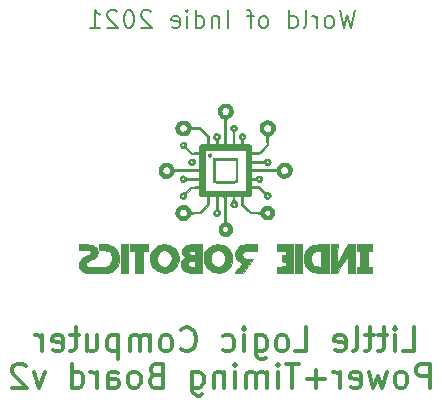
<source format=gbr>
G04 #@! TF.GenerationSoftware,KiCad,Pcbnew,(5.1.9)-1*
G04 #@! TF.CreationDate,2021-05-06T17:03:27+01:00*
G04 #@! TF.ProjectId,Little Logic Computer - Power+Timing,4c697474-6c65-4204-9c6f-67696320436f,2.0*
G04 #@! TF.SameCoordinates,Original*
G04 #@! TF.FileFunction,Legend,Bot*
G04 #@! TF.FilePolarity,Positive*
%FSLAX46Y46*%
G04 Gerber Fmt 4.6, Leading zero omitted, Abs format (unit mm)*
G04 Created by KiCad (PCBNEW (5.1.9)-1) date 2021-05-06 17:03:27*
%MOMM*%
%LPD*%
G01*
G04 APERTURE LIST*
%ADD10C,0.150000*%
%ADD11C,0.300000*%
%ADD12C,0.010000*%
G04 APERTURE END LIST*
D10*
X137560400Y-83891371D02*
X137203257Y-85391371D01*
X136917542Y-84319942D01*
X136631828Y-85391371D01*
X136274685Y-83891371D01*
X135488971Y-85391371D02*
X135631828Y-85319942D01*
X135703257Y-85248514D01*
X135774685Y-85105657D01*
X135774685Y-84677085D01*
X135703257Y-84534228D01*
X135631828Y-84462800D01*
X135488971Y-84391371D01*
X135274685Y-84391371D01*
X135131828Y-84462800D01*
X135060400Y-84534228D01*
X134988971Y-84677085D01*
X134988971Y-85105657D01*
X135060400Y-85248514D01*
X135131828Y-85319942D01*
X135274685Y-85391371D01*
X135488971Y-85391371D01*
X134346114Y-85391371D02*
X134346114Y-84391371D01*
X134346114Y-84677085D02*
X134274685Y-84534228D01*
X134203257Y-84462800D01*
X134060400Y-84391371D01*
X133917542Y-84391371D01*
X133203257Y-85391371D02*
X133346114Y-85319942D01*
X133417542Y-85177085D01*
X133417542Y-83891371D01*
X131988971Y-85391371D02*
X131988971Y-83891371D01*
X131988971Y-85319942D02*
X132131828Y-85391371D01*
X132417542Y-85391371D01*
X132560400Y-85319942D01*
X132631828Y-85248514D01*
X132703257Y-85105657D01*
X132703257Y-84677085D01*
X132631828Y-84534228D01*
X132560400Y-84462800D01*
X132417542Y-84391371D01*
X132131828Y-84391371D01*
X131988971Y-84462800D01*
X129917542Y-85391371D02*
X130060400Y-85319942D01*
X130131828Y-85248514D01*
X130203257Y-85105657D01*
X130203257Y-84677085D01*
X130131828Y-84534228D01*
X130060400Y-84462800D01*
X129917542Y-84391371D01*
X129703257Y-84391371D01*
X129560400Y-84462800D01*
X129488971Y-84534228D01*
X129417542Y-84677085D01*
X129417542Y-85105657D01*
X129488971Y-85248514D01*
X129560400Y-85319942D01*
X129703257Y-85391371D01*
X129917542Y-85391371D01*
X128988971Y-84391371D02*
X128417542Y-84391371D01*
X128774685Y-85391371D02*
X128774685Y-84105657D01*
X128703257Y-83962800D01*
X128560400Y-83891371D01*
X128417542Y-83891371D01*
X126774685Y-85391371D02*
X126774685Y-83891371D01*
X126060400Y-84391371D02*
X126060400Y-85391371D01*
X126060400Y-84534228D02*
X125988971Y-84462800D01*
X125846114Y-84391371D01*
X125631828Y-84391371D01*
X125488971Y-84462800D01*
X125417542Y-84605657D01*
X125417542Y-85391371D01*
X124060400Y-85391371D02*
X124060400Y-83891371D01*
X124060400Y-85319942D02*
X124203257Y-85391371D01*
X124488971Y-85391371D01*
X124631828Y-85319942D01*
X124703257Y-85248514D01*
X124774685Y-85105657D01*
X124774685Y-84677085D01*
X124703257Y-84534228D01*
X124631828Y-84462800D01*
X124488971Y-84391371D01*
X124203257Y-84391371D01*
X124060400Y-84462800D01*
X123346114Y-85391371D02*
X123346114Y-84391371D01*
X123346114Y-83891371D02*
X123417542Y-83962800D01*
X123346114Y-84034228D01*
X123274685Y-83962800D01*
X123346114Y-83891371D01*
X123346114Y-84034228D01*
X122060400Y-85319942D02*
X122203257Y-85391371D01*
X122488971Y-85391371D01*
X122631828Y-85319942D01*
X122703257Y-85177085D01*
X122703257Y-84605657D01*
X122631828Y-84462800D01*
X122488971Y-84391371D01*
X122203257Y-84391371D01*
X122060400Y-84462800D01*
X121988971Y-84605657D01*
X121988971Y-84748514D01*
X122703257Y-84891371D01*
X120274685Y-84034228D02*
X120203257Y-83962800D01*
X120060400Y-83891371D01*
X119703257Y-83891371D01*
X119560400Y-83962800D01*
X119488971Y-84034228D01*
X119417542Y-84177085D01*
X119417542Y-84319942D01*
X119488971Y-84534228D01*
X120346114Y-85391371D01*
X119417542Y-85391371D01*
X118488971Y-83891371D02*
X118346114Y-83891371D01*
X118203257Y-83962800D01*
X118131828Y-84034228D01*
X118060400Y-84177085D01*
X117988971Y-84462800D01*
X117988971Y-84819942D01*
X118060400Y-85105657D01*
X118131828Y-85248514D01*
X118203257Y-85319942D01*
X118346114Y-85391371D01*
X118488971Y-85391371D01*
X118631828Y-85319942D01*
X118703257Y-85248514D01*
X118774685Y-85105657D01*
X118846114Y-84819942D01*
X118846114Y-84462800D01*
X118774685Y-84177085D01*
X118703257Y-84034228D01*
X118631828Y-83962800D01*
X118488971Y-83891371D01*
X117417542Y-84034228D02*
X117346114Y-83962800D01*
X117203257Y-83891371D01*
X116846114Y-83891371D01*
X116703257Y-83962800D01*
X116631828Y-84034228D01*
X116560400Y-84177085D01*
X116560400Y-84319942D01*
X116631828Y-84534228D01*
X117488971Y-85391371D01*
X116560400Y-85391371D01*
X115131828Y-85391371D02*
X115988971Y-85391371D01*
X115560400Y-85391371D02*
X115560400Y-83891371D01*
X115703257Y-84105657D01*
X115846114Y-84248514D01*
X115988971Y-84319942D01*
D11*
X143878647Y-115843561D02*
X143878647Y-113843561D01*
X143116742Y-113843561D01*
X142926266Y-113938800D01*
X142831028Y-114034038D01*
X142735790Y-114224514D01*
X142735790Y-114510228D01*
X142831028Y-114700704D01*
X142926266Y-114795942D01*
X143116742Y-114891180D01*
X143878647Y-114891180D01*
X141592933Y-115843561D02*
X141783409Y-115748323D01*
X141878647Y-115653085D01*
X141973885Y-115462609D01*
X141973885Y-114891180D01*
X141878647Y-114700704D01*
X141783409Y-114605466D01*
X141592933Y-114510228D01*
X141307219Y-114510228D01*
X141116742Y-114605466D01*
X141021504Y-114700704D01*
X140926266Y-114891180D01*
X140926266Y-115462609D01*
X141021504Y-115653085D01*
X141116742Y-115748323D01*
X141307219Y-115843561D01*
X141592933Y-115843561D01*
X140259600Y-114510228D02*
X139878647Y-115843561D01*
X139497695Y-114891180D01*
X139116742Y-115843561D01*
X138735790Y-114510228D01*
X137211980Y-115748323D02*
X137402457Y-115843561D01*
X137783409Y-115843561D01*
X137973885Y-115748323D01*
X138069123Y-115557847D01*
X138069123Y-114795942D01*
X137973885Y-114605466D01*
X137783409Y-114510228D01*
X137402457Y-114510228D01*
X137211980Y-114605466D01*
X137116742Y-114795942D01*
X137116742Y-114986419D01*
X138069123Y-115176895D01*
X136259600Y-115843561D02*
X136259600Y-114510228D01*
X136259600Y-114891180D02*
X136164361Y-114700704D01*
X136069123Y-114605466D01*
X135878647Y-114510228D01*
X135688171Y-114510228D01*
X135021504Y-115081657D02*
X133497695Y-115081657D01*
X134259600Y-115843561D02*
X134259600Y-114319752D01*
X132831028Y-113843561D02*
X131688171Y-113843561D01*
X132259600Y-115843561D02*
X132259600Y-113843561D01*
X131021504Y-115843561D02*
X131021504Y-114510228D01*
X131021504Y-113843561D02*
X131116742Y-113938800D01*
X131021504Y-114034038D01*
X130926266Y-113938800D01*
X131021504Y-113843561D01*
X131021504Y-114034038D01*
X130069123Y-115843561D02*
X130069123Y-114510228D01*
X130069123Y-114700704D02*
X129973885Y-114605466D01*
X129783409Y-114510228D01*
X129497695Y-114510228D01*
X129307219Y-114605466D01*
X129211980Y-114795942D01*
X129211980Y-115843561D01*
X129211980Y-114795942D02*
X129116742Y-114605466D01*
X128926266Y-114510228D01*
X128640552Y-114510228D01*
X128450076Y-114605466D01*
X128354838Y-114795942D01*
X128354838Y-115843561D01*
X127402457Y-115843561D02*
X127402457Y-114510228D01*
X127402457Y-113843561D02*
X127497695Y-113938800D01*
X127402457Y-114034038D01*
X127307219Y-113938800D01*
X127402457Y-113843561D01*
X127402457Y-114034038D01*
X126450076Y-114510228D02*
X126450076Y-115843561D01*
X126450076Y-114700704D02*
X126354838Y-114605466D01*
X126164361Y-114510228D01*
X125878647Y-114510228D01*
X125688171Y-114605466D01*
X125592933Y-114795942D01*
X125592933Y-115843561D01*
X123783409Y-114510228D02*
X123783409Y-116129276D01*
X123878647Y-116319752D01*
X123973885Y-116414990D01*
X124164361Y-116510228D01*
X124450076Y-116510228D01*
X124640552Y-116414990D01*
X123783409Y-115748323D02*
X123973885Y-115843561D01*
X124354838Y-115843561D01*
X124545314Y-115748323D01*
X124640552Y-115653085D01*
X124735790Y-115462609D01*
X124735790Y-114891180D01*
X124640552Y-114700704D01*
X124545314Y-114605466D01*
X124354838Y-114510228D01*
X123973885Y-114510228D01*
X123783409Y-114605466D01*
X120640552Y-114795942D02*
X120354838Y-114891180D01*
X120259600Y-114986419D01*
X120164361Y-115176895D01*
X120164361Y-115462609D01*
X120259600Y-115653085D01*
X120354838Y-115748323D01*
X120545314Y-115843561D01*
X121307219Y-115843561D01*
X121307219Y-113843561D01*
X120640552Y-113843561D01*
X120450076Y-113938800D01*
X120354838Y-114034038D01*
X120259600Y-114224514D01*
X120259600Y-114414990D01*
X120354838Y-114605466D01*
X120450076Y-114700704D01*
X120640552Y-114795942D01*
X121307219Y-114795942D01*
X119021504Y-115843561D02*
X119211980Y-115748323D01*
X119307219Y-115653085D01*
X119402457Y-115462609D01*
X119402457Y-114891180D01*
X119307219Y-114700704D01*
X119211980Y-114605466D01*
X119021504Y-114510228D01*
X118735790Y-114510228D01*
X118545314Y-114605466D01*
X118450076Y-114700704D01*
X118354838Y-114891180D01*
X118354838Y-115462609D01*
X118450076Y-115653085D01*
X118545314Y-115748323D01*
X118735790Y-115843561D01*
X119021504Y-115843561D01*
X116640552Y-115843561D02*
X116640552Y-114795942D01*
X116735790Y-114605466D01*
X116926266Y-114510228D01*
X117307219Y-114510228D01*
X117497695Y-114605466D01*
X116640552Y-115748323D02*
X116831028Y-115843561D01*
X117307219Y-115843561D01*
X117497695Y-115748323D01*
X117592933Y-115557847D01*
X117592933Y-115367371D01*
X117497695Y-115176895D01*
X117307219Y-115081657D01*
X116831028Y-115081657D01*
X116640552Y-114986419D01*
X115688171Y-115843561D02*
X115688171Y-114510228D01*
X115688171Y-114891180D02*
X115592933Y-114700704D01*
X115497695Y-114605466D01*
X115307219Y-114510228D01*
X115116742Y-114510228D01*
X113592933Y-115843561D02*
X113592933Y-113843561D01*
X113592933Y-115748323D02*
X113783409Y-115843561D01*
X114164361Y-115843561D01*
X114354838Y-115748323D01*
X114450076Y-115653085D01*
X114545314Y-115462609D01*
X114545314Y-114891180D01*
X114450076Y-114700704D01*
X114354838Y-114605466D01*
X114164361Y-114510228D01*
X113783409Y-114510228D01*
X113592933Y-114605466D01*
X111307219Y-114510228D02*
X110831028Y-115843561D01*
X110354838Y-114510228D01*
X109688171Y-114034038D02*
X109592933Y-113938800D01*
X109402457Y-113843561D01*
X108926266Y-113843561D01*
X108735790Y-113938800D01*
X108640552Y-114034038D01*
X108545314Y-114224514D01*
X108545314Y-114414990D01*
X108640552Y-114700704D01*
X109783409Y-115843561D01*
X108545314Y-115843561D01*
X141618380Y-112744761D02*
X142570761Y-112744761D01*
X142570761Y-110744761D01*
X140951714Y-112744761D02*
X140951714Y-111411428D01*
X140951714Y-110744761D02*
X141046952Y-110840000D01*
X140951714Y-110935238D01*
X140856476Y-110840000D01*
X140951714Y-110744761D01*
X140951714Y-110935238D01*
X140285047Y-111411428D02*
X139523142Y-111411428D01*
X139999333Y-110744761D02*
X139999333Y-112459047D01*
X139904095Y-112649523D01*
X139713619Y-112744761D01*
X139523142Y-112744761D01*
X139142190Y-111411428D02*
X138380285Y-111411428D01*
X138856476Y-110744761D02*
X138856476Y-112459047D01*
X138761238Y-112649523D01*
X138570761Y-112744761D01*
X138380285Y-112744761D01*
X137427904Y-112744761D02*
X137618380Y-112649523D01*
X137713619Y-112459047D01*
X137713619Y-110744761D01*
X135904095Y-112649523D02*
X136094571Y-112744761D01*
X136475523Y-112744761D01*
X136666000Y-112649523D01*
X136761238Y-112459047D01*
X136761238Y-111697142D01*
X136666000Y-111506666D01*
X136475523Y-111411428D01*
X136094571Y-111411428D01*
X135904095Y-111506666D01*
X135808857Y-111697142D01*
X135808857Y-111887619D01*
X136761238Y-112078095D01*
X132475523Y-112744761D02*
X133427904Y-112744761D01*
X133427904Y-110744761D01*
X131523142Y-112744761D02*
X131713619Y-112649523D01*
X131808857Y-112554285D01*
X131904095Y-112363809D01*
X131904095Y-111792380D01*
X131808857Y-111601904D01*
X131713619Y-111506666D01*
X131523142Y-111411428D01*
X131237428Y-111411428D01*
X131046952Y-111506666D01*
X130951714Y-111601904D01*
X130856476Y-111792380D01*
X130856476Y-112363809D01*
X130951714Y-112554285D01*
X131046952Y-112649523D01*
X131237428Y-112744761D01*
X131523142Y-112744761D01*
X129142190Y-111411428D02*
X129142190Y-113030476D01*
X129237428Y-113220952D01*
X129332666Y-113316190D01*
X129523142Y-113411428D01*
X129808857Y-113411428D01*
X129999333Y-113316190D01*
X129142190Y-112649523D02*
X129332666Y-112744761D01*
X129713619Y-112744761D01*
X129904095Y-112649523D01*
X129999333Y-112554285D01*
X130094571Y-112363809D01*
X130094571Y-111792380D01*
X129999333Y-111601904D01*
X129904095Y-111506666D01*
X129713619Y-111411428D01*
X129332666Y-111411428D01*
X129142190Y-111506666D01*
X128189809Y-112744761D02*
X128189809Y-111411428D01*
X128189809Y-110744761D02*
X128285047Y-110840000D01*
X128189809Y-110935238D01*
X128094571Y-110840000D01*
X128189809Y-110744761D01*
X128189809Y-110935238D01*
X126380285Y-112649523D02*
X126570761Y-112744761D01*
X126951714Y-112744761D01*
X127142190Y-112649523D01*
X127237428Y-112554285D01*
X127332666Y-112363809D01*
X127332666Y-111792380D01*
X127237428Y-111601904D01*
X127142190Y-111506666D01*
X126951714Y-111411428D01*
X126570761Y-111411428D01*
X126380285Y-111506666D01*
X122856476Y-112554285D02*
X122951714Y-112649523D01*
X123237428Y-112744761D01*
X123427904Y-112744761D01*
X123713619Y-112649523D01*
X123904095Y-112459047D01*
X123999333Y-112268571D01*
X124094571Y-111887619D01*
X124094571Y-111601904D01*
X123999333Y-111220952D01*
X123904095Y-111030476D01*
X123713619Y-110840000D01*
X123427904Y-110744761D01*
X123237428Y-110744761D01*
X122951714Y-110840000D01*
X122856476Y-110935238D01*
X121713619Y-112744761D02*
X121904095Y-112649523D01*
X121999333Y-112554285D01*
X122094571Y-112363809D01*
X122094571Y-111792380D01*
X121999333Y-111601904D01*
X121904095Y-111506666D01*
X121713619Y-111411428D01*
X121427904Y-111411428D01*
X121237428Y-111506666D01*
X121142190Y-111601904D01*
X121046952Y-111792380D01*
X121046952Y-112363809D01*
X121142190Y-112554285D01*
X121237428Y-112649523D01*
X121427904Y-112744761D01*
X121713619Y-112744761D01*
X120189809Y-112744761D02*
X120189809Y-111411428D01*
X120189809Y-111601904D02*
X120094571Y-111506666D01*
X119904095Y-111411428D01*
X119618380Y-111411428D01*
X119427904Y-111506666D01*
X119332666Y-111697142D01*
X119332666Y-112744761D01*
X119332666Y-111697142D02*
X119237428Y-111506666D01*
X119046952Y-111411428D01*
X118761238Y-111411428D01*
X118570761Y-111506666D01*
X118475523Y-111697142D01*
X118475523Y-112744761D01*
X117523142Y-111411428D02*
X117523142Y-113411428D01*
X117523142Y-111506666D02*
X117332666Y-111411428D01*
X116951714Y-111411428D01*
X116761238Y-111506666D01*
X116666000Y-111601904D01*
X116570761Y-111792380D01*
X116570761Y-112363809D01*
X116666000Y-112554285D01*
X116761238Y-112649523D01*
X116951714Y-112744761D01*
X117332666Y-112744761D01*
X117523142Y-112649523D01*
X114856476Y-111411428D02*
X114856476Y-112744761D01*
X115713619Y-111411428D02*
X115713619Y-112459047D01*
X115618380Y-112649523D01*
X115427904Y-112744761D01*
X115142190Y-112744761D01*
X114951714Y-112649523D01*
X114856476Y-112554285D01*
X114189809Y-111411428D02*
X113427904Y-111411428D01*
X113904095Y-110744761D02*
X113904095Y-112459047D01*
X113808857Y-112649523D01*
X113618380Y-112744761D01*
X113427904Y-112744761D01*
X111999333Y-112649523D02*
X112189809Y-112744761D01*
X112570761Y-112744761D01*
X112761238Y-112649523D01*
X112856476Y-112459047D01*
X112856476Y-111697142D01*
X112761238Y-111506666D01*
X112570761Y-111411428D01*
X112189809Y-111411428D01*
X111999333Y-111506666D01*
X111904095Y-111697142D01*
X111904095Y-111887619D01*
X112856476Y-112078095D01*
X111046952Y-112744761D02*
X111046952Y-111411428D01*
X111046952Y-111792380D02*
X110951714Y-111601904D01*
X110856476Y-111506666D01*
X110666000Y-111411428D01*
X110475523Y-111411428D01*
D12*
G36*
X125181658Y-96026888D02*
G01*
X125147080Y-96046280D01*
X125120002Y-96104681D01*
X125122734Y-96178422D01*
X125153396Y-96243140D01*
X125163051Y-96253163D01*
X125207532Y-96285750D01*
X125251112Y-96289705D01*
X125313450Y-96269008D01*
X125355902Y-96236765D01*
X125370301Y-96176653D01*
X125370600Y-96161398D01*
X125356074Y-96075368D01*
X125310409Y-96028131D01*
X125243600Y-96015800D01*
X125181658Y-96026888D01*
G37*
X125181658Y-96026888D02*
X125147080Y-96046280D01*
X125120002Y-96104681D01*
X125122734Y-96178422D01*
X125153396Y-96243140D01*
X125163051Y-96253163D01*
X125207532Y-96285750D01*
X125251112Y-96289705D01*
X125313450Y-96269008D01*
X125355902Y-96236765D01*
X125370301Y-96176653D01*
X125370600Y-96161398D01*
X125356074Y-96075368D01*
X125310409Y-96028131D01*
X125243600Y-96015800D01*
X125181658Y-96026888D01*
G36*
X126314485Y-96397011D02*
G01*
X126110544Y-96397772D01*
X125947756Y-96399276D01*
X125821297Y-96401716D01*
X125726343Y-96405282D01*
X125658071Y-96410167D01*
X125611658Y-96416565D01*
X125582281Y-96424666D01*
X125565115Y-96434663D01*
X125562915Y-96436714D01*
X125552503Y-96452231D01*
X125544041Y-96479114D01*
X125537333Y-96522208D01*
X125532184Y-96586364D01*
X125528400Y-96676427D01*
X125525784Y-96797246D01*
X125524143Y-96953669D01*
X125523282Y-97150543D01*
X125523004Y-97392717D01*
X125523000Y-97428984D01*
X125523721Y-97701483D01*
X125525847Y-97934177D01*
X125529323Y-98124974D01*
X125534093Y-98271782D01*
X125540104Y-98372512D01*
X125547301Y-98425072D01*
X125549294Y-98430469D01*
X125557783Y-98442925D01*
X125571821Y-98453078D01*
X125596242Y-98461164D01*
X125635878Y-98467416D01*
X125695562Y-98472070D01*
X125780126Y-98475362D01*
X125894403Y-98477524D01*
X126043226Y-98478793D01*
X126231427Y-98479404D01*
X126463839Y-98479591D01*
X126560214Y-98479600D01*
X126829625Y-98479161D01*
X127051615Y-98477779D01*
X127229558Y-98475352D01*
X127366826Y-98471778D01*
X127466791Y-98466956D01*
X127532828Y-98460786D01*
X127568307Y-98453165D01*
X127575320Y-98449120D01*
X127583704Y-98426521D01*
X127590569Y-98374821D01*
X127596019Y-98290631D01*
X127600157Y-98170564D01*
X127603086Y-98011231D01*
X127604909Y-97809245D01*
X127605730Y-97561217D01*
X127605800Y-97447634D01*
X127605592Y-97196410D01*
X127604841Y-96991186D01*
X127603358Y-96827164D01*
X127600952Y-96699544D01*
X127597436Y-96603529D01*
X127595423Y-96574600D01*
X127453400Y-96574600D01*
X127453400Y-97433966D01*
X127452908Y-97638086D01*
X127451508Y-97825887D01*
X127449320Y-97991366D01*
X127446462Y-98128520D01*
X127443052Y-98231343D01*
X127439207Y-98293834D01*
X127436139Y-98310594D01*
X127407529Y-98314481D01*
X127334104Y-98317676D01*
X127221845Y-98320108D01*
X127076734Y-98321705D01*
X126904750Y-98322395D01*
X126711877Y-98322107D01*
X126553489Y-98321178D01*
X125688100Y-98314500D01*
X125674734Y-96574600D01*
X127453400Y-96574600D01*
X127595423Y-96574600D01*
X127592619Y-96534320D01*
X127586311Y-96487117D01*
X127578324Y-96457123D01*
X127568468Y-96439538D01*
X127565886Y-96436714D01*
X127550435Y-96426349D01*
X127523654Y-96417915D01*
X127480721Y-96411220D01*
X127416813Y-96406072D01*
X127327106Y-96402279D01*
X127206776Y-96399647D01*
X127051001Y-96397986D01*
X126854957Y-96397103D01*
X126613820Y-96396806D01*
X126564400Y-96396800D01*
X126314485Y-96397011D01*
G37*
X126314485Y-96397011D02*
X126110544Y-96397772D01*
X125947756Y-96399276D01*
X125821297Y-96401716D01*
X125726343Y-96405282D01*
X125658071Y-96410167D01*
X125611658Y-96416565D01*
X125582281Y-96424666D01*
X125565115Y-96434663D01*
X125562915Y-96436714D01*
X125552503Y-96452231D01*
X125544041Y-96479114D01*
X125537333Y-96522208D01*
X125532184Y-96586364D01*
X125528400Y-96676427D01*
X125525784Y-96797246D01*
X125524143Y-96953669D01*
X125523282Y-97150543D01*
X125523004Y-97392717D01*
X125523000Y-97428984D01*
X125523721Y-97701483D01*
X125525847Y-97934177D01*
X125529323Y-98124974D01*
X125534093Y-98271782D01*
X125540104Y-98372512D01*
X125547301Y-98425072D01*
X125549294Y-98430469D01*
X125557783Y-98442925D01*
X125571821Y-98453078D01*
X125596242Y-98461164D01*
X125635878Y-98467416D01*
X125695562Y-98472070D01*
X125780126Y-98475362D01*
X125894403Y-98477524D01*
X126043226Y-98478793D01*
X126231427Y-98479404D01*
X126463839Y-98479591D01*
X126560214Y-98479600D01*
X126829625Y-98479161D01*
X127051615Y-98477779D01*
X127229558Y-98475352D01*
X127366826Y-98471778D01*
X127466791Y-98466956D01*
X127532828Y-98460786D01*
X127568307Y-98453165D01*
X127575320Y-98449120D01*
X127583704Y-98426521D01*
X127590569Y-98374821D01*
X127596019Y-98290631D01*
X127600157Y-98170564D01*
X127603086Y-98011231D01*
X127604909Y-97809245D01*
X127605730Y-97561217D01*
X127605800Y-97447634D01*
X127605592Y-97196410D01*
X127604841Y-96991186D01*
X127603358Y-96827164D01*
X127600952Y-96699544D01*
X127597436Y-96603529D01*
X127595423Y-96574600D01*
X127453400Y-96574600D01*
X127453400Y-97433966D01*
X127452908Y-97638086D01*
X127451508Y-97825887D01*
X127449320Y-97991366D01*
X127446462Y-98128520D01*
X127443052Y-98231343D01*
X127439207Y-98293834D01*
X127436139Y-98310594D01*
X127407529Y-98314481D01*
X127334104Y-98317676D01*
X127221845Y-98320108D01*
X127076734Y-98321705D01*
X126904750Y-98322395D01*
X126711877Y-98322107D01*
X126553489Y-98321178D01*
X125688100Y-98314500D01*
X125674734Y-96574600D01*
X127453400Y-96574600D01*
X127595423Y-96574600D01*
X127592619Y-96534320D01*
X127586311Y-96487117D01*
X127578324Y-96457123D01*
X127568468Y-96439538D01*
X127565886Y-96436714D01*
X127550435Y-96426349D01*
X127523654Y-96417915D01*
X127480721Y-96411220D01*
X127416813Y-96406072D01*
X127327106Y-96402279D01*
X127206776Y-96399647D01*
X127051001Y-96397986D01*
X126854957Y-96397103D01*
X126613820Y-96396806D01*
X126564400Y-96396800D01*
X126314485Y-96397011D01*
G36*
X123605580Y-96470979D02*
G01*
X123520450Y-96533398D01*
X123461655Y-96623280D01*
X123440200Y-96727000D01*
X123448021Y-96804807D01*
X123478784Y-96866519D01*
X123526560Y-96920040D01*
X123594512Y-96977514D01*
X123658726Y-97002186D01*
X123710710Y-97005627D01*
X123789147Y-96997913D01*
X123853061Y-96980023D01*
X123859300Y-96976918D01*
X123945433Y-96905225D01*
X123990101Y-96805977D01*
X123997871Y-96727000D01*
X123846600Y-96727000D01*
X123828700Y-96803927D01*
X123774459Y-96845508D01*
X123713976Y-96854000D01*
X123648868Y-96837308D01*
X123613379Y-96790500D01*
X123598039Y-96711583D01*
X123621146Y-96645631D01*
X123675701Y-96605898D01*
X123713976Y-96600000D01*
X123794311Y-96617140D01*
X123837733Y-96669081D01*
X123846600Y-96727000D01*
X123997871Y-96727000D01*
X123977379Y-96606913D01*
X123917979Y-96518352D01*
X123822781Y-96464296D01*
X123706030Y-96447600D01*
X123605580Y-96470979D01*
G37*
X123605580Y-96470979D02*
X123520450Y-96533398D01*
X123461655Y-96623280D01*
X123440200Y-96727000D01*
X123448021Y-96804807D01*
X123478784Y-96866519D01*
X123526560Y-96920040D01*
X123594512Y-96977514D01*
X123658726Y-97002186D01*
X123710710Y-97005627D01*
X123789147Y-96997913D01*
X123853061Y-96980023D01*
X123859300Y-96976918D01*
X123945433Y-96905225D01*
X123990101Y-96805977D01*
X123997871Y-96727000D01*
X123846600Y-96727000D01*
X123828700Y-96803927D01*
X123774459Y-96845508D01*
X123713976Y-96854000D01*
X123648868Y-96837308D01*
X123613379Y-96790500D01*
X123598039Y-96711583D01*
X123621146Y-96645631D01*
X123675701Y-96605898D01*
X123713976Y-96600000D01*
X123794311Y-96617140D01*
X123837733Y-96669081D01*
X123846600Y-96727000D01*
X123997871Y-96727000D01*
X123977379Y-96606913D01*
X123917979Y-96518352D01*
X123822781Y-96464296D01*
X123706030Y-96447600D01*
X123605580Y-96470979D01*
G36*
X126376961Y-91818009D02*
G01*
X126228285Y-91885358D01*
X126095201Y-91993224D01*
X125998975Y-92130986D01*
X125942522Y-92290744D01*
X125928756Y-92464596D01*
X125955069Y-92625859D01*
X126014854Y-92756398D01*
X126112753Y-92877769D01*
X126236271Y-92976379D01*
X126315794Y-93018248D01*
X126392401Y-93054441D01*
X126449095Y-93087445D01*
X126468762Y-93104338D01*
X126472792Y-93135157D01*
X126476543Y-93211287D01*
X126479915Y-93327240D01*
X126482813Y-93477526D01*
X126485140Y-93656656D01*
X126486797Y-93859143D01*
X126487687Y-94079496D01*
X126487812Y-94180650D01*
X126488200Y-95228400D01*
X125929400Y-95228400D01*
X125929400Y-95051185D01*
X125931082Y-94956058D01*
X125938894Y-94897632D01*
X125956982Y-94861843D01*
X125989495Y-94834632D01*
X125994199Y-94831513D01*
X126077060Y-94753454D01*
X126119944Y-94661733D01*
X126126043Y-94580325D01*
X125980200Y-94580325D01*
X125960018Y-94658472D01*
X125907223Y-94705194D01*
X125833446Y-94714033D01*
X125775331Y-94694106D01*
X125737000Y-94649081D01*
X125728201Y-94583906D01*
X125744728Y-94515933D01*
X125782377Y-94462514D01*
X125836663Y-94441000D01*
X125897417Y-94461717D01*
X125951549Y-94511192D01*
X125979469Y-94570411D01*
X125980200Y-94580325D01*
X126126043Y-94580325D01*
X126127189Y-94565029D01*
X126103135Y-94472019D01*
X126052118Y-94391381D01*
X125978477Y-94331791D01*
X125886550Y-94301927D01*
X125780675Y-94310466D01*
X125740641Y-94324336D01*
X125645948Y-94384952D01*
X125591359Y-94473382D01*
X125573801Y-94594607D01*
X125573800Y-94594884D01*
X125578315Y-94669026D01*
X125598725Y-94722207D01*
X125645326Y-94775549D01*
X125675400Y-94803274D01*
X125730071Y-94855002D01*
X125760477Y-94898034D01*
X125773728Y-94950437D01*
X125776934Y-95030279D01*
X125777000Y-95061441D01*
X125777000Y-95228400D01*
X125218200Y-95228400D01*
X125218200Y-94937953D01*
X125215903Y-94814142D01*
X125209679Y-94702674D01*
X125200532Y-94617180D01*
X125191550Y-94576003D01*
X125165808Y-94536389D01*
X125109734Y-94468024D01*
X125029344Y-94377646D01*
X124930653Y-94271994D01*
X124819677Y-94157804D01*
X124804529Y-94142550D01*
X124530759Y-93867580D01*
X123332364Y-93867580D01*
X123318278Y-93926367D01*
X123301029Y-93973250D01*
X123235501Y-94081011D01*
X123140963Y-94153659D01*
X123028336Y-94187461D01*
X122908539Y-94178684D01*
X122815868Y-94139103D01*
X122743447Y-94072620D01*
X122685442Y-93979927D01*
X122654753Y-93883356D01*
X122652800Y-93856800D01*
X122672706Y-93763448D01*
X122723821Y-93667231D01*
X122793248Y-93590478D01*
X122815868Y-93574496D01*
X122933598Y-93529383D01*
X123052800Y-93529802D01*
X123162553Y-93572021D01*
X123251938Y-93652306D01*
X123301029Y-93740349D01*
X123326615Y-93814284D01*
X123332364Y-93867580D01*
X124530759Y-93867580D01*
X124444158Y-93780600D01*
X123666005Y-93780600D01*
X123605336Y-93643415D01*
X123508131Y-93472450D01*
X123387314Y-93346390D01*
X123242294Y-93264855D01*
X123072485Y-93227467D01*
X122956480Y-93226177D01*
X122777547Y-93259264D01*
X122623483Y-93336588D01*
X122495206Y-93457630D01*
X122457402Y-93508987D01*
X122383408Y-93661642D01*
X122354540Y-93824647D01*
X122368854Y-93989244D01*
X122424409Y-94146676D01*
X122519260Y-94288185D01*
X122651464Y-94405014D01*
X122657063Y-94408760D01*
X122720862Y-94446028D01*
X122784646Y-94468526D01*
X122865927Y-94480611D01*
X122968409Y-94486177D01*
X123076963Y-94487955D01*
X123153205Y-94481921D01*
X123215440Y-94464565D01*
X123281974Y-94432374D01*
X123299499Y-94422677D01*
X123423562Y-94331479D01*
X123528441Y-94213251D01*
X123601341Y-94083615D01*
X123618288Y-94033531D01*
X123645359Y-93933000D01*
X124018697Y-93933000D01*
X124392035Y-93932999D01*
X124728918Y-94272227D01*
X125065800Y-94611454D01*
X125065800Y-95228400D01*
X124843550Y-95228541D01*
X124667903Y-95234993D01*
X124537800Y-95254703D01*
X124449507Y-95288587D01*
X124399349Y-95337461D01*
X124384724Y-95385732D01*
X124370875Y-95471152D01*
X124359694Y-95580081D01*
X124354600Y-95660200D01*
X124341900Y-95926900D01*
X124048847Y-95934009D01*
X123755793Y-95941118D01*
X123506302Y-95706962D01*
X123256810Y-95472806D01*
X123272196Y-95360560D01*
X123270428Y-95291900D01*
X123135400Y-95291900D01*
X123118586Y-95336971D01*
X123084600Y-95380800D01*
X123034314Y-95418475D01*
X122995700Y-95431600D01*
X122950629Y-95414785D01*
X122906800Y-95380800D01*
X122869125Y-95330513D01*
X122856000Y-95291900D01*
X122872815Y-95246828D01*
X122906800Y-95203000D01*
X122957087Y-95165324D01*
X122995700Y-95152200D01*
X123040772Y-95169014D01*
X123084600Y-95203000D01*
X123122276Y-95253286D01*
X123135400Y-95291900D01*
X123270428Y-95291900D01*
X123269026Y-95237488D01*
X123229010Y-95136064D01*
X123160810Y-95060914D01*
X123073088Y-95016664D01*
X122974506Y-95007938D01*
X122873727Y-95039364D01*
X122790600Y-95103384D01*
X122727860Y-95201323D01*
X122711856Y-95308203D01*
X122742440Y-95413395D01*
X122795808Y-95484730D01*
X122851025Y-95532538D01*
X122906986Y-95557333D01*
X122985196Y-95567216D01*
X123018363Y-95568549D01*
X123161411Y-95572861D01*
X123415511Y-95826080D01*
X123669612Y-96079300D01*
X124012546Y-96087626D01*
X124355479Y-96095952D01*
X124348690Y-96722626D01*
X124341900Y-97349300D01*
X123303450Y-97355937D01*
X123009315Y-97357241D01*
X122764527Y-97357053D01*
X122567655Y-97355344D01*
X122417267Y-97352087D01*
X122311931Y-97347254D01*
X122250215Y-97340818D01*
X122231933Y-97335132D01*
X122202131Y-97290993D01*
X122183223Y-97236466D01*
X122143044Y-97140071D01*
X122069603Y-97037232D01*
X121975519Y-96943304D01*
X121894673Y-96885368D01*
X121825536Y-96848922D01*
X121760557Y-96827904D01*
X121681271Y-96818341D01*
X121573300Y-96816254D01*
X121432102Y-96823086D01*
X121323570Y-96847428D01*
X121230751Y-96895904D01*
X121136689Y-96975137D01*
X121116947Y-96994546D01*
X121028125Y-97094998D01*
X120973702Y-97191467D01*
X120946516Y-97301848D01*
X120939393Y-97438200D01*
X120952522Y-97602165D01*
X120995826Y-97735160D01*
X121075425Y-97850957D01*
X121158565Y-97931343D01*
X121260536Y-98000270D01*
X121383029Y-98056508D01*
X121504637Y-98091425D01*
X121573300Y-98098600D01*
X121682229Y-98082639D01*
X121805905Y-98040699D01*
X121922159Y-97981693D01*
X121993134Y-97929815D01*
X122060632Y-97854489D01*
X122126815Y-97757885D01*
X122160135Y-97696298D01*
X122200118Y-97617649D01*
X122235793Y-97558203D01*
X122256164Y-97533838D01*
X122286967Y-97529784D01*
X122363045Y-97526013D01*
X122478877Y-97522627D01*
X122628939Y-97519722D01*
X122807708Y-97517399D01*
X123009661Y-97515757D01*
X123229275Y-97514893D01*
X123319550Y-97514788D01*
X124354600Y-97514400D01*
X124354600Y-98073200D01*
X123316290Y-98073200D01*
X123198900Y-97971600D01*
X123093994Y-97896718D01*
X123000987Y-97868324D01*
X122911988Y-97886117D01*
X122819100Y-97949800D01*
X122811177Y-97956948D01*
X122752536Y-98017100D01*
X122724544Y-98070715D01*
X122716470Y-98140724D01*
X122716300Y-98159659D01*
X122723328Y-98243049D01*
X122752011Y-98304946D01*
X122799339Y-98358461D01*
X122864528Y-98413535D01*
X122928956Y-98437330D01*
X122994965Y-98441500D01*
X123067350Y-98436165D01*
X123124055Y-98413804D01*
X123185409Y-98364880D01*
X123211557Y-98339900D01*
X123315561Y-98238300D01*
X124341900Y-98238300D01*
X124341900Y-98797100D01*
X123644394Y-98822500D01*
X123447047Y-99015329D01*
X123330730Y-99127509D01*
X123241985Y-99208186D01*
X123173141Y-99262447D01*
X123116526Y-99295374D01*
X123064467Y-99312052D01*
X123009295Y-99317563D01*
X122990605Y-99317800D01*
X122880162Y-99328123D01*
X122804091Y-99363490D01*
X122749434Y-99430492D01*
X122741963Y-99444291D01*
X122707020Y-99555914D01*
X122714546Y-99659240D01*
X122756591Y-99748244D01*
X122825201Y-99816899D01*
X122912425Y-99859180D01*
X123010311Y-99869062D01*
X123110906Y-99840519D01*
X123190165Y-99783901D01*
X123231207Y-99738467D01*
X123252979Y-99690822D01*
X123261355Y-99622667D01*
X123262114Y-99576366D01*
X123115786Y-99576366D01*
X123102165Y-99643408D01*
X123061606Y-99697689D01*
X122997778Y-99723696D01*
X122986496Y-99724200D01*
X122939334Y-99708188D01*
X122902451Y-99682163D01*
X122863304Y-99620119D01*
X122863902Y-99554132D01*
X122895900Y-99496629D01*
X122950954Y-99460041D01*
X123020719Y-99456796D01*
X123047541Y-99466052D01*
X123098801Y-99512077D01*
X123115786Y-99576366D01*
X123262114Y-99576366D01*
X123262400Y-99558944D01*
X123262400Y-99403193D01*
X123487730Y-99182696D01*
X123713059Y-98962200D01*
X124348981Y-98962200D01*
X124358533Y-99241287D01*
X124365295Y-99387769D01*
X124379029Y-99492375D01*
X124407350Y-99562486D01*
X124457875Y-99605486D01*
X124538220Y-99628754D01*
X124656000Y-99639675D01*
X124774242Y-99644227D01*
X125065800Y-99653482D01*
X125065800Y-100266087D01*
X124730462Y-100604743D01*
X124395124Y-100943400D01*
X123647483Y-100943400D01*
X123607142Y-100821945D01*
X123532573Y-100666441D01*
X123428508Y-100545386D01*
X123302185Y-100458445D01*
X123160843Y-100405280D01*
X123011722Y-100385557D01*
X122862059Y-100398939D01*
X122719093Y-100445090D01*
X122590063Y-100523674D01*
X122482207Y-100634355D01*
X122402765Y-100776797D01*
X122371311Y-100879314D01*
X122356677Y-101055352D01*
X122389305Y-101225530D01*
X122465722Y-101381427D01*
X122582454Y-101514619D01*
X122656664Y-101571271D01*
X122729005Y-101612009D01*
X122805161Y-101635800D01*
X122905230Y-101648139D01*
X122946840Y-101650630D01*
X123052804Y-101651331D01*
X123151150Y-101644129D01*
X123218486Y-101631119D01*
X123334943Y-101570820D01*
X123447215Y-101473998D01*
X123541369Y-101353985D01*
X123578804Y-101286290D01*
X123622078Y-101207156D01*
X123666058Y-101146095D01*
X123692961Y-101121863D01*
X123735275Y-101112387D01*
X123817603Y-101104450D01*
X123929163Y-101098744D01*
X124059177Y-101095961D01*
X124099304Y-101095800D01*
X124456947Y-101095800D01*
X124524065Y-101030902D01*
X123332293Y-101030902D01*
X123317967Y-101090042D01*
X123301029Y-101136050D01*
X123235501Y-101243811D01*
X123140963Y-101316459D01*
X123028336Y-101350261D01*
X122908539Y-101341484D01*
X122815868Y-101301903D01*
X122744130Y-101236182D01*
X122686214Y-101144510D01*
X122655027Y-101049113D01*
X122652800Y-101021099D01*
X122672691Y-100932483D01*
X122723873Y-100838664D01*
X122793614Y-100759787D01*
X122837584Y-100728802D01*
X122936195Y-100694786D01*
X123031153Y-100695983D01*
X123150289Y-100726578D01*
X123233962Y-100786287D01*
X123293107Y-100883534D01*
X123301448Y-100904245D01*
X123326771Y-100977659D01*
X123332293Y-101030902D01*
X124524065Y-101030902D01*
X124542321Y-101013250D01*
X124588986Y-100966729D01*
X124662532Y-100891753D01*
X124754833Y-100796678D01*
X124857762Y-100689859D01*
X124922948Y-100621823D01*
X125218200Y-100312947D01*
X125218200Y-99648000D01*
X125777000Y-99648000D01*
X125777000Y-100704332D01*
X125675400Y-100800608D01*
X125615456Y-100862308D01*
X125585196Y-100913913D01*
X125574718Y-100977164D01*
X125573800Y-101023695D01*
X125579340Y-101109902D01*
X125601787Y-101169641D01*
X125648047Y-101224753D01*
X125708323Y-101273943D01*
X125773449Y-101295311D01*
X125841087Y-101299000D01*
X125923603Y-101292819D01*
X125984033Y-101266935D01*
X126046240Y-101212639D01*
X126102735Y-101146642D01*
X126127801Y-101083915D01*
X126131970Y-101026825D01*
X125973185Y-101026825D01*
X125956067Y-101093434D01*
X125909335Y-101133873D01*
X125841975Y-101146743D01*
X125777192Y-101130148D01*
X125752875Y-101110035D01*
X125731264Y-101051625D01*
X125736491Y-100980605D01*
X125765151Y-100922568D01*
X125779419Y-100910471D01*
X125848206Y-100891100D01*
X125910507Y-100911365D01*
X125955705Y-100960272D01*
X125973185Y-101026825D01*
X126131970Y-101026825D01*
X126132600Y-101018207D01*
X126127013Y-100947870D01*
X126103585Y-100893233D01*
X126052319Y-100834151D01*
X126031000Y-100813484D01*
X125929400Y-100716834D01*
X125929400Y-99646281D01*
X126202450Y-99653490D01*
X126475500Y-99660700D01*
X126475500Y-101845100D01*
X126368178Y-101896658D01*
X126247809Y-101971500D01*
X126139201Y-102069587D01*
X126058951Y-102175239D01*
X126044681Y-102202220D01*
X126017734Y-102296322D01*
X126007072Y-102415983D01*
X126012937Y-102538559D01*
X126035573Y-102641408D01*
X126039851Y-102652365D01*
X126113535Y-102777757D01*
X126216005Y-102885000D01*
X126322050Y-102953056D01*
X126431489Y-102985819D01*
X126558823Y-102998778D01*
X126684157Y-102991841D01*
X126787596Y-102964917D01*
X126807286Y-102955285D01*
X126961169Y-102846531D01*
X127068673Y-102718435D01*
X127129172Y-102572311D01*
X127139306Y-102444048D01*
X126838324Y-102444048D01*
X126807684Y-102543537D01*
X126757440Y-102609639D01*
X126689257Y-102667235D01*
X126624668Y-102691968D01*
X126573290Y-102695435D01*
X126493188Y-102683588D01*
X126427041Y-102655251D01*
X126421323Y-102650985D01*
X126344888Y-102561489D01*
X126312423Y-102458845D01*
X126325228Y-102353699D01*
X126374587Y-102268016D01*
X126462908Y-102195768D01*
X126564352Y-102172538D01*
X126674382Y-102197258D01*
X126769498Y-102260107D01*
X126824870Y-102345971D01*
X126838324Y-102444048D01*
X127139306Y-102444048D01*
X127142038Y-102409472D01*
X127123954Y-102292739D01*
X127063263Y-102145034D01*
X126960687Y-102020285D01*
X126822642Y-101925707D01*
X126780455Y-101906418D01*
X126640600Y-101848452D01*
X126640600Y-99648000D01*
X127199400Y-99648000D01*
X127199400Y-99816609D01*
X127197470Y-99909705D01*
X127186907Y-99971669D01*
X127160553Y-100022147D01*
X127111248Y-100080786D01*
X127097800Y-100095441D01*
X127027474Y-100185165D01*
X126997831Y-100259823D01*
X126996200Y-100280778D01*
X127017094Y-100399273D01*
X127073337Y-100491789D01*
X127155271Y-100554042D01*
X127253240Y-100581747D01*
X127357586Y-100570618D01*
X127458653Y-100516371D01*
X127481635Y-100496184D01*
X127528216Y-100442274D01*
X127549803Y-100383883D01*
X127555000Y-100299746D01*
X127554119Y-100282106D01*
X127408567Y-100282106D01*
X127404308Y-100347274D01*
X127370147Y-100403650D01*
X127320652Y-100431363D01*
X127253914Y-100429835D01*
X127193465Y-100400123D01*
X127188515Y-100395485D01*
X127155949Y-100337029D01*
X127151457Y-100269851D01*
X127176098Y-100217482D01*
X127180350Y-100213853D01*
X127253554Y-100174261D01*
X127317389Y-100181648D01*
X127365655Y-100218345D01*
X127408567Y-100282106D01*
X127554119Y-100282106D01*
X127551086Y-100221460D01*
X127532639Y-100166905D01*
X127489601Y-100114309D01*
X127453400Y-100079800D01*
X127398972Y-100026907D01*
X127368567Y-99983156D01*
X127355198Y-99930476D01*
X127351880Y-99850800D01*
X127351800Y-99817001D01*
X127351800Y-99648000D01*
X127906761Y-99648000D01*
X127915031Y-100004358D01*
X127923300Y-100360716D01*
X128663360Y-101095800D01*
X129080730Y-101096188D01*
X129222533Y-101097408D01*
X129347194Y-101100531D01*
X129445554Y-101105166D01*
X129508453Y-101110921D01*
X129526243Y-101115238D01*
X129552438Y-101148143D01*
X129587100Y-101210578D01*
X129604724Y-101248200D01*
X129692091Y-101390756D01*
X129807763Y-101497570D01*
X129943403Y-101567178D01*
X130090679Y-101598116D01*
X130241254Y-101588918D01*
X130386794Y-101538120D01*
X130518965Y-101444258D01*
X130548765Y-101414085D01*
X130641943Y-101278495D01*
X130691634Y-101128060D01*
X130696051Y-101032708D01*
X130399800Y-101032708D01*
X130379552Y-101132434D01*
X130315865Y-101213117D01*
X130264829Y-101249464D01*
X130172856Y-101291004D01*
X130090299Y-101290368D01*
X129999934Y-101247024D01*
X129990807Y-101240995D01*
X129910493Y-101160535D01*
X129873046Y-101061895D01*
X129881366Y-100955991D01*
X129902007Y-100906631D01*
X129971250Y-100822165D01*
X130058956Y-100776581D01*
X130154418Y-100767168D01*
X130246935Y-100791216D01*
X130325802Y-100846013D01*
X130380315Y-100928849D01*
X130399800Y-101032708D01*
X130696051Y-101032708D01*
X130698857Y-100972148D01*
X130664631Y-100820127D01*
X130589975Y-100681365D01*
X130475907Y-100565231D01*
X130454762Y-100549857D01*
X130395083Y-100511609D01*
X130341395Y-100488786D01*
X130277199Y-100477470D01*
X130185994Y-100473744D01*
X130133101Y-100473500D01*
X130024965Y-100475103D01*
X129951209Y-100482520D01*
X129895449Y-100499655D01*
X129841301Y-100530415D01*
X129812971Y-100549831D01*
X129705199Y-100653341D01*
X129624042Y-100778431D01*
X129543720Y-100930700D01*
X128738128Y-100944744D01*
X128400564Y-100607874D01*
X128063000Y-100271005D01*
X128063000Y-99652371D01*
X128354462Y-99643835D01*
X128505787Y-99637758D01*
X128613889Y-99624756D01*
X128686341Y-99597254D01*
X128730718Y-99547680D01*
X128754593Y-99468461D01*
X128765537Y-99352022D01*
X128770036Y-99228261D01*
X128778572Y-98936800D01*
X129372054Y-98936800D01*
X129622537Y-99188226D01*
X129721741Y-99288443D01*
X129790041Y-99360508D01*
X129832631Y-99412011D01*
X129854700Y-99450547D01*
X129861443Y-99483707D01*
X129858050Y-99519083D01*
X129856110Y-99529788D01*
X129854904Y-99645537D01*
X129891888Y-99740738D01*
X129957622Y-99812309D01*
X130042666Y-99857168D01*
X130137577Y-99872232D01*
X130232916Y-99854419D01*
X130319240Y-99800646D01*
X130387109Y-99707830D01*
X130389054Y-99703796D01*
X130417403Y-99591265D01*
X130414955Y-99578848D01*
X130272800Y-99578848D01*
X130254255Y-99636317D01*
X130210312Y-99690714D01*
X130158508Y-99722192D01*
X130144360Y-99724200D01*
X130090235Y-99707009D01*
X130044200Y-99673400D01*
X130006525Y-99623113D01*
X129993400Y-99584500D01*
X130010215Y-99539428D01*
X130044200Y-99495600D01*
X130094487Y-99457924D01*
X130133100Y-99444800D01*
X130181227Y-99463623D01*
X130232617Y-99507512D01*
X130267603Y-99557598D01*
X130272800Y-99578848D01*
X130414955Y-99578848D01*
X130396031Y-99482860D01*
X130326007Y-99383719D01*
X130321563Y-99379399D01*
X130266463Y-99334025D01*
X130211614Y-99313137D01*
X130134249Y-99309158D01*
X130112330Y-99309785D01*
X129980700Y-99314471D01*
X129719968Y-99055785D01*
X129459235Y-98797100D01*
X129116718Y-98788782D01*
X128774200Y-98780464D01*
X128774200Y-98225600D01*
X128950564Y-98225600D01*
X129044256Y-98226926D01*
X129101317Y-98234139D01*
X129135906Y-98252092D01*
X129162183Y-98285637D01*
X129171698Y-98301389D01*
X129249234Y-98388574D01*
X129347765Y-98435727D01*
X129455349Y-98441492D01*
X129560045Y-98404515D01*
X129624885Y-98352825D01*
X129674018Y-98288578D01*
X129694437Y-98217616D01*
X129697016Y-98162100D01*
X129561600Y-98162100D01*
X129544786Y-98207171D01*
X129510800Y-98251000D01*
X129460514Y-98288675D01*
X129421900Y-98301800D01*
X129376829Y-98284985D01*
X129333000Y-98251000D01*
X129295325Y-98200713D01*
X129282200Y-98162100D01*
X129299015Y-98117028D01*
X129333000Y-98073200D01*
X129383287Y-98035524D01*
X129421900Y-98022400D01*
X129466972Y-98039214D01*
X129510800Y-98073200D01*
X129548476Y-98123486D01*
X129561600Y-98162100D01*
X129697016Y-98162100D01*
X129697067Y-98161013D01*
X129689963Y-98076649D01*
X129661138Y-98014515D01*
X129616145Y-97963621D01*
X129550761Y-97909147D01*
X129484308Y-97886215D01*
X129422636Y-97882700D01*
X129347375Y-97888628D01*
X129288784Y-97913094D01*
X129224760Y-97966116D01*
X129212503Y-97977950D01*
X129156976Y-98029011D01*
X129110223Y-98057546D01*
X129053821Y-98070082D01*
X128969347Y-98073147D01*
X128943720Y-98073200D01*
X128772482Y-98073200D01*
X128786900Y-97527100D01*
X129825351Y-97520462D01*
X130109068Y-97519281D01*
X130352099Y-97519598D01*
X130552631Y-97521379D01*
X130708851Y-97524594D01*
X130818946Y-97529211D01*
X130881105Y-97535198D01*
X130894390Y-97539210D01*
X130921276Y-97578888D01*
X130948806Y-97644637D01*
X130953772Y-97660148D01*
X131021161Y-97801343D01*
X131125156Y-97916579D01*
X131256848Y-98002456D01*
X131407327Y-98055577D01*
X131567683Y-98072541D01*
X131729006Y-98049950D01*
X131850586Y-98002264D01*
X131994088Y-97901592D01*
X132100715Y-97773869D01*
X132169418Y-97627281D01*
X132199151Y-97470014D01*
X132195118Y-97407349D01*
X131893422Y-97407349D01*
X131885650Y-97504378D01*
X131851580Y-97585513D01*
X131773780Y-97683515D01*
X131670719Y-97745686D01*
X131554394Y-97768433D01*
X131436802Y-97748165D01*
X131387430Y-97724504D01*
X131331191Y-97673782D01*
X131275518Y-97596779D01*
X131232259Y-97513077D01*
X131213265Y-97442257D01*
X131213158Y-97436530D01*
X131231220Y-97359187D01*
X131275144Y-97271250D01*
X131332531Y-97193298D01*
X131387143Y-97147784D01*
X131503805Y-97111934D01*
X131623448Y-97116439D01*
X131733374Y-97157273D01*
X131820887Y-97230412D01*
X131861829Y-97298240D01*
X131893422Y-97407349D01*
X132195118Y-97407349D01*
X132188868Y-97310256D01*
X132137522Y-97156193D01*
X132044067Y-97016012D01*
X131984294Y-96956367D01*
X131853651Y-96862920D01*
X131715979Y-96811595D01*
X131554224Y-96796083D01*
X131551086Y-96796093D01*
X131373975Y-96820684D01*
X131216334Y-96889736D01*
X131084467Y-96998647D01*
X130984680Y-97142812D01*
X130944621Y-97238850D01*
X130903534Y-97362553D01*
X129845217Y-97355926D01*
X128786900Y-97349300D01*
X128772482Y-96803200D01*
X129823404Y-96803200D01*
X129917200Y-96904800D01*
X129978552Y-96965473D01*
X130030260Y-96995753D01*
X130093297Y-97005784D01*
X130127250Y-97006400D01*
X130247088Y-96985274D01*
X130339131Y-96927510D01*
X130397649Y-96841529D01*
X130414631Y-96748285D01*
X130265335Y-96748285D01*
X130262351Y-96765176D01*
X130224958Y-96828765D01*
X130163535Y-96860399D01*
X130094689Y-96858557D01*
X130035026Y-96821718D01*
X130013047Y-96788015D01*
X130005461Y-96719026D01*
X130034252Y-96653386D01*
X130088308Y-96608997D01*
X130129749Y-96600000D01*
X130201914Y-96621701D01*
X130251304Y-96676356D01*
X130265335Y-96748285D01*
X130414631Y-96748285D01*
X130416915Y-96735749D01*
X130391199Y-96618591D01*
X130391158Y-96618493D01*
X130328810Y-96528651D01*
X130237912Y-96470176D01*
X130132627Y-96448365D01*
X130027115Y-96468517D01*
X130010781Y-96476184D01*
X129956239Y-96513969D01*
X129895104Y-96569212D01*
X129886882Y-96577784D01*
X129818464Y-96650800D01*
X129328082Y-96650411D01*
X129173826Y-96649255D01*
X129036033Y-96646269D01*
X128923145Y-96641793D01*
X128843602Y-96636169D01*
X128805847Y-96629737D01*
X128805015Y-96629283D01*
X128789413Y-96603222D01*
X128780568Y-96544946D01*
X128777890Y-96447817D01*
X128779615Y-96343922D01*
X128786900Y-96079300D01*
X129091700Y-96078480D01*
X129253486Y-96075160D01*
X129368857Y-96065932D01*
X129441899Y-96050401D01*
X129459754Y-96042571D01*
X129497369Y-96013769D01*
X129563530Y-95955014D01*
X129651348Y-95872754D01*
X129753934Y-95773436D01*
X129859804Y-95668141D01*
X130196600Y-95328803D01*
X130196600Y-94963178D01*
X130197675Y-94829101D01*
X130200627Y-94711029D01*
X130205048Y-94619342D01*
X130210529Y-94564419D01*
X130212635Y-94555769D01*
X130242528Y-94524500D01*
X130305631Y-94482411D01*
X130388390Y-94438522D01*
X130389888Y-94437813D01*
X130544345Y-94344492D01*
X130656441Y-94228079D01*
X130731744Y-94082312D01*
X130746609Y-94036707D01*
X130773528Y-93860700D01*
X130768271Y-93815380D01*
X130470423Y-93815380D01*
X130468186Y-93900634D01*
X130431670Y-93996381D01*
X130426665Y-94006330D01*
X130350549Y-94104925D01*
X130248006Y-94164833D01*
X130128771Y-94183042D01*
X130002577Y-94156541D01*
X129976922Y-94145404D01*
X129901707Y-94088034D01*
X129837420Y-94001901D01*
X129797251Y-93907377D01*
X129790200Y-93856996D01*
X129811431Y-93754446D01*
X129866544Y-93654850D01*
X129942672Y-93581036D01*
X129947422Y-93578051D01*
X130060659Y-93534642D01*
X130179536Y-93531571D01*
X130291464Y-93565284D01*
X130383855Y-93632232D01*
X130439429Y-93716840D01*
X130470423Y-93815380D01*
X130768271Y-93815380D01*
X130753744Y-93690165D01*
X130691028Y-93533074D01*
X130589149Y-93397398D01*
X130451876Y-93291111D01*
X130376248Y-93253593D01*
X130271494Y-93226388D01*
X130142749Y-93216241D01*
X130012711Y-93223189D01*
X129904081Y-93247267D01*
X129889953Y-93252818D01*
X129738236Y-93341867D01*
X129623079Y-93458494D01*
X129544296Y-93595197D01*
X129501704Y-93744476D01*
X129495118Y-93898829D01*
X129524354Y-94050757D01*
X129589227Y-94192758D01*
X129689553Y-94317331D01*
X129825146Y-94416974D01*
X129919653Y-94460306D01*
X130056900Y-94511470D01*
X130063969Y-94873452D01*
X130071038Y-95235435D01*
X129734981Y-95574817D01*
X129398924Y-95914200D01*
X128774200Y-95914200D01*
X128774200Y-95711000D01*
X128291600Y-95711000D01*
X128291600Y-99165400D01*
X124837200Y-99165400D01*
X124837200Y-98162100D01*
X123135400Y-98162100D01*
X123118586Y-98207171D01*
X123084600Y-98251000D01*
X123034314Y-98288675D01*
X122995700Y-98301800D01*
X122950629Y-98284985D01*
X122906800Y-98251000D01*
X122869125Y-98200713D01*
X122856000Y-98162100D01*
X122872815Y-98117028D01*
X122906800Y-98073200D01*
X122957087Y-98035524D01*
X122995700Y-98022400D01*
X123040772Y-98039214D01*
X123084600Y-98073200D01*
X123122276Y-98123486D01*
X123135400Y-98162100D01*
X124837200Y-98162100D01*
X124837200Y-97478020D01*
X121905246Y-97478020D01*
X121875451Y-97582785D01*
X121812239Y-97669463D01*
X121724090Y-97732276D01*
X121619482Y-97765445D01*
X121506898Y-97763194D01*
X121394816Y-97719745D01*
X121380207Y-97710421D01*
X121296151Y-97625011D01*
X121256977Y-97546463D01*
X121236568Y-97477576D01*
X121235189Y-97423556D01*
X121254236Y-97359690D01*
X121269677Y-97321553D01*
X121337005Y-97215359D01*
X121427900Y-97146723D01*
X121532423Y-97115016D01*
X121640636Y-97119612D01*
X121742603Y-97159882D01*
X121828384Y-97235198D01*
X121888043Y-97344933D01*
X121893142Y-97360945D01*
X121905246Y-97478020D01*
X124837200Y-97478020D01*
X124837200Y-95711000D01*
X128291600Y-95711000D01*
X128774200Y-95711000D01*
X128774200Y-95684784D01*
X128769109Y-95527630D01*
X128751934Y-95413216D01*
X128719828Y-95334325D01*
X128669942Y-95283743D01*
X128604780Y-95255695D01*
X128533457Y-95243064D01*
X128430614Y-95233552D01*
X128315507Y-95228797D01*
X128285250Y-95228541D01*
X128063000Y-95228400D01*
X128063000Y-95052329D01*
X128064431Y-94958337D01*
X128072126Y-94900131D01*
X128091189Y-94862708D01*
X128126726Y-94831067D01*
X128142074Y-94819953D01*
X128229826Y-94731523D01*
X128272944Y-94628539D01*
X128271787Y-94580700D01*
X128139200Y-94580700D01*
X128122386Y-94625771D01*
X128088400Y-94669600D01*
X128038114Y-94707275D01*
X127999500Y-94720400D01*
X127954429Y-94703585D01*
X127910600Y-94669600D01*
X127872794Y-94617621D01*
X127859800Y-94576350D01*
X127880510Y-94516233D01*
X127929687Y-94464443D01*
X127987903Y-94441063D01*
X127990737Y-94441000D01*
X128046484Y-94460404D01*
X128101247Y-94506406D01*
X128135561Y-94560692D01*
X128139200Y-94580700D01*
X128271787Y-94580700D01*
X128270321Y-94520118D01*
X128220850Y-94415378D01*
X128194980Y-94384166D01*
X128104843Y-94318252D01*
X128006008Y-94294715D01*
X127908145Y-94308568D01*
X127820922Y-94354825D01*
X127754007Y-94428499D01*
X127717070Y-94524604D01*
X127718160Y-94630091D01*
X127736096Y-94693896D01*
X127769494Y-94747856D01*
X127829262Y-94807130D01*
X127870680Y-94842051D01*
X127894197Y-94878573D01*
X127906886Y-94946140D01*
X127910600Y-95051601D01*
X127910600Y-95228400D01*
X127351800Y-95228400D01*
X127351800Y-94169684D01*
X127453400Y-94066036D01*
X127513670Y-93998770D01*
X127544158Y-93943153D01*
X127554418Y-93878687D01*
X127554833Y-93856800D01*
X127402600Y-93856800D01*
X127391512Y-93918742D01*
X127372120Y-93953320D01*
X127312958Y-93980906D01*
X127241415Y-93975030D01*
X127188515Y-93943885D01*
X127154686Y-93881567D01*
X127153222Y-93810251D01*
X127179080Y-93760280D01*
X127226577Y-93736809D01*
X127275600Y-93729800D01*
X127353088Y-93748102D01*
X127394894Y-93802542D01*
X127402600Y-93856800D01*
X127554833Y-93856800D01*
X127555000Y-93848048D01*
X127547279Y-93763216D01*
X127516634Y-93700189D01*
X127476847Y-93655553D01*
X127415772Y-93604407D01*
X127353111Y-93582134D01*
X127279997Y-93578207D01*
X127158426Y-93599957D01*
X127067931Y-93660598D01*
X127012588Y-93755992D01*
X126996200Y-93866384D01*
X127002917Y-93933692D01*
X127029698Y-93989165D01*
X127086490Y-94052046D01*
X127097800Y-94062915D01*
X127199400Y-94159565D01*
X127199400Y-95228400D01*
X126640600Y-95228400D01*
X126640600Y-93081323D01*
X126769385Y-93035583D01*
X126934022Y-92953011D01*
X127061024Y-92837195D01*
X127148185Y-92691304D01*
X127193295Y-92518503D01*
X127199300Y-92420530D01*
X126894600Y-92420530D01*
X126872704Y-92544993D01*
X126813161Y-92646700D01*
X126725195Y-92719854D01*
X126618029Y-92758662D01*
X126500884Y-92757329D01*
X126409616Y-92725266D01*
X126319291Y-92651672D01*
X126258181Y-92546122D01*
X126234363Y-92422853D01*
X126234295Y-92416233D01*
X126257913Y-92306428D01*
X126322281Y-92207352D01*
X126417381Y-92131434D01*
X126488317Y-92101164D01*
X126599609Y-92092031D01*
X126706127Y-92125274D01*
X126797544Y-92192772D01*
X126863529Y-92286407D01*
X126893753Y-92398058D01*
X126894600Y-92420530D01*
X127199300Y-92420530D01*
X127199400Y-92418906D01*
X127196068Y-92314441D01*
X127181988Y-92237193D01*
X127151037Y-92163787D01*
X127116689Y-92103238D01*
X127005670Y-91962883D01*
X126868496Y-91862296D01*
X126712859Y-91803364D01*
X126546450Y-91787973D01*
X126376961Y-91818009D01*
G37*
X126376961Y-91818009D02*
X126228285Y-91885358D01*
X126095201Y-91993224D01*
X125998975Y-92130986D01*
X125942522Y-92290744D01*
X125928756Y-92464596D01*
X125955069Y-92625859D01*
X126014854Y-92756398D01*
X126112753Y-92877769D01*
X126236271Y-92976379D01*
X126315794Y-93018248D01*
X126392401Y-93054441D01*
X126449095Y-93087445D01*
X126468762Y-93104338D01*
X126472792Y-93135157D01*
X126476543Y-93211287D01*
X126479915Y-93327240D01*
X126482813Y-93477526D01*
X126485140Y-93656656D01*
X126486797Y-93859143D01*
X126487687Y-94079496D01*
X126487812Y-94180650D01*
X126488200Y-95228400D01*
X125929400Y-95228400D01*
X125929400Y-95051185D01*
X125931082Y-94956058D01*
X125938894Y-94897632D01*
X125956982Y-94861843D01*
X125989495Y-94834632D01*
X125994199Y-94831513D01*
X126077060Y-94753454D01*
X126119944Y-94661733D01*
X126126043Y-94580325D01*
X125980200Y-94580325D01*
X125960018Y-94658472D01*
X125907223Y-94705194D01*
X125833446Y-94714033D01*
X125775331Y-94694106D01*
X125737000Y-94649081D01*
X125728201Y-94583906D01*
X125744728Y-94515933D01*
X125782377Y-94462514D01*
X125836663Y-94441000D01*
X125897417Y-94461717D01*
X125951549Y-94511192D01*
X125979469Y-94570411D01*
X125980200Y-94580325D01*
X126126043Y-94580325D01*
X126127189Y-94565029D01*
X126103135Y-94472019D01*
X126052118Y-94391381D01*
X125978477Y-94331791D01*
X125886550Y-94301927D01*
X125780675Y-94310466D01*
X125740641Y-94324336D01*
X125645948Y-94384952D01*
X125591359Y-94473382D01*
X125573801Y-94594607D01*
X125573800Y-94594884D01*
X125578315Y-94669026D01*
X125598725Y-94722207D01*
X125645326Y-94775549D01*
X125675400Y-94803274D01*
X125730071Y-94855002D01*
X125760477Y-94898034D01*
X125773728Y-94950437D01*
X125776934Y-95030279D01*
X125777000Y-95061441D01*
X125777000Y-95228400D01*
X125218200Y-95228400D01*
X125218200Y-94937953D01*
X125215903Y-94814142D01*
X125209679Y-94702674D01*
X125200532Y-94617180D01*
X125191550Y-94576003D01*
X125165808Y-94536389D01*
X125109734Y-94468024D01*
X125029344Y-94377646D01*
X124930653Y-94271994D01*
X124819677Y-94157804D01*
X124804529Y-94142550D01*
X124530759Y-93867580D01*
X123332364Y-93867580D01*
X123318278Y-93926367D01*
X123301029Y-93973250D01*
X123235501Y-94081011D01*
X123140963Y-94153659D01*
X123028336Y-94187461D01*
X122908539Y-94178684D01*
X122815868Y-94139103D01*
X122743447Y-94072620D01*
X122685442Y-93979927D01*
X122654753Y-93883356D01*
X122652800Y-93856800D01*
X122672706Y-93763448D01*
X122723821Y-93667231D01*
X122793248Y-93590478D01*
X122815868Y-93574496D01*
X122933598Y-93529383D01*
X123052800Y-93529802D01*
X123162553Y-93572021D01*
X123251938Y-93652306D01*
X123301029Y-93740349D01*
X123326615Y-93814284D01*
X123332364Y-93867580D01*
X124530759Y-93867580D01*
X124444158Y-93780600D01*
X123666005Y-93780600D01*
X123605336Y-93643415D01*
X123508131Y-93472450D01*
X123387314Y-93346390D01*
X123242294Y-93264855D01*
X123072485Y-93227467D01*
X122956480Y-93226177D01*
X122777547Y-93259264D01*
X122623483Y-93336588D01*
X122495206Y-93457630D01*
X122457402Y-93508987D01*
X122383408Y-93661642D01*
X122354540Y-93824647D01*
X122368854Y-93989244D01*
X122424409Y-94146676D01*
X122519260Y-94288185D01*
X122651464Y-94405014D01*
X122657063Y-94408760D01*
X122720862Y-94446028D01*
X122784646Y-94468526D01*
X122865927Y-94480611D01*
X122968409Y-94486177D01*
X123076963Y-94487955D01*
X123153205Y-94481921D01*
X123215440Y-94464565D01*
X123281974Y-94432374D01*
X123299499Y-94422677D01*
X123423562Y-94331479D01*
X123528441Y-94213251D01*
X123601341Y-94083615D01*
X123618288Y-94033531D01*
X123645359Y-93933000D01*
X124018697Y-93933000D01*
X124392035Y-93932999D01*
X124728918Y-94272227D01*
X125065800Y-94611454D01*
X125065800Y-95228400D01*
X124843550Y-95228541D01*
X124667903Y-95234993D01*
X124537800Y-95254703D01*
X124449507Y-95288587D01*
X124399349Y-95337461D01*
X124384724Y-95385732D01*
X124370875Y-95471152D01*
X124359694Y-95580081D01*
X124354600Y-95660200D01*
X124341900Y-95926900D01*
X124048847Y-95934009D01*
X123755793Y-95941118D01*
X123506302Y-95706962D01*
X123256810Y-95472806D01*
X123272196Y-95360560D01*
X123270428Y-95291900D01*
X123135400Y-95291900D01*
X123118586Y-95336971D01*
X123084600Y-95380800D01*
X123034314Y-95418475D01*
X122995700Y-95431600D01*
X122950629Y-95414785D01*
X122906800Y-95380800D01*
X122869125Y-95330513D01*
X122856000Y-95291900D01*
X122872815Y-95246828D01*
X122906800Y-95203000D01*
X122957087Y-95165324D01*
X122995700Y-95152200D01*
X123040772Y-95169014D01*
X123084600Y-95203000D01*
X123122276Y-95253286D01*
X123135400Y-95291900D01*
X123270428Y-95291900D01*
X123269026Y-95237488D01*
X123229010Y-95136064D01*
X123160810Y-95060914D01*
X123073088Y-95016664D01*
X122974506Y-95007938D01*
X122873727Y-95039364D01*
X122790600Y-95103384D01*
X122727860Y-95201323D01*
X122711856Y-95308203D01*
X122742440Y-95413395D01*
X122795808Y-95484730D01*
X122851025Y-95532538D01*
X122906986Y-95557333D01*
X122985196Y-95567216D01*
X123018363Y-95568549D01*
X123161411Y-95572861D01*
X123415511Y-95826080D01*
X123669612Y-96079300D01*
X124012546Y-96087626D01*
X124355479Y-96095952D01*
X124348690Y-96722626D01*
X124341900Y-97349300D01*
X123303450Y-97355937D01*
X123009315Y-97357241D01*
X122764527Y-97357053D01*
X122567655Y-97355344D01*
X122417267Y-97352087D01*
X122311931Y-97347254D01*
X122250215Y-97340818D01*
X122231933Y-97335132D01*
X122202131Y-97290993D01*
X122183223Y-97236466D01*
X122143044Y-97140071D01*
X122069603Y-97037232D01*
X121975519Y-96943304D01*
X121894673Y-96885368D01*
X121825536Y-96848922D01*
X121760557Y-96827904D01*
X121681271Y-96818341D01*
X121573300Y-96816254D01*
X121432102Y-96823086D01*
X121323570Y-96847428D01*
X121230751Y-96895904D01*
X121136689Y-96975137D01*
X121116947Y-96994546D01*
X121028125Y-97094998D01*
X120973702Y-97191467D01*
X120946516Y-97301848D01*
X120939393Y-97438200D01*
X120952522Y-97602165D01*
X120995826Y-97735160D01*
X121075425Y-97850957D01*
X121158565Y-97931343D01*
X121260536Y-98000270D01*
X121383029Y-98056508D01*
X121504637Y-98091425D01*
X121573300Y-98098600D01*
X121682229Y-98082639D01*
X121805905Y-98040699D01*
X121922159Y-97981693D01*
X121993134Y-97929815D01*
X122060632Y-97854489D01*
X122126815Y-97757885D01*
X122160135Y-97696298D01*
X122200118Y-97617649D01*
X122235793Y-97558203D01*
X122256164Y-97533838D01*
X122286967Y-97529784D01*
X122363045Y-97526013D01*
X122478877Y-97522627D01*
X122628939Y-97519722D01*
X122807708Y-97517399D01*
X123009661Y-97515757D01*
X123229275Y-97514893D01*
X123319550Y-97514788D01*
X124354600Y-97514400D01*
X124354600Y-98073200D01*
X123316290Y-98073200D01*
X123198900Y-97971600D01*
X123093994Y-97896718D01*
X123000987Y-97868324D01*
X122911988Y-97886117D01*
X122819100Y-97949800D01*
X122811177Y-97956948D01*
X122752536Y-98017100D01*
X122724544Y-98070715D01*
X122716470Y-98140724D01*
X122716300Y-98159659D01*
X122723328Y-98243049D01*
X122752011Y-98304946D01*
X122799339Y-98358461D01*
X122864528Y-98413535D01*
X122928956Y-98437330D01*
X122994965Y-98441500D01*
X123067350Y-98436165D01*
X123124055Y-98413804D01*
X123185409Y-98364880D01*
X123211557Y-98339900D01*
X123315561Y-98238300D01*
X124341900Y-98238300D01*
X124341900Y-98797100D01*
X123644394Y-98822500D01*
X123447047Y-99015329D01*
X123330730Y-99127509D01*
X123241985Y-99208186D01*
X123173141Y-99262447D01*
X123116526Y-99295374D01*
X123064467Y-99312052D01*
X123009295Y-99317563D01*
X122990605Y-99317800D01*
X122880162Y-99328123D01*
X122804091Y-99363490D01*
X122749434Y-99430492D01*
X122741963Y-99444291D01*
X122707020Y-99555914D01*
X122714546Y-99659240D01*
X122756591Y-99748244D01*
X122825201Y-99816899D01*
X122912425Y-99859180D01*
X123010311Y-99869062D01*
X123110906Y-99840519D01*
X123190165Y-99783901D01*
X123231207Y-99738467D01*
X123252979Y-99690822D01*
X123261355Y-99622667D01*
X123262114Y-99576366D01*
X123115786Y-99576366D01*
X123102165Y-99643408D01*
X123061606Y-99697689D01*
X122997778Y-99723696D01*
X122986496Y-99724200D01*
X122939334Y-99708188D01*
X122902451Y-99682163D01*
X122863304Y-99620119D01*
X122863902Y-99554132D01*
X122895900Y-99496629D01*
X122950954Y-99460041D01*
X123020719Y-99456796D01*
X123047541Y-99466052D01*
X123098801Y-99512077D01*
X123115786Y-99576366D01*
X123262114Y-99576366D01*
X123262400Y-99558944D01*
X123262400Y-99403193D01*
X123487730Y-99182696D01*
X123713059Y-98962200D01*
X124348981Y-98962200D01*
X124358533Y-99241287D01*
X124365295Y-99387769D01*
X124379029Y-99492375D01*
X124407350Y-99562486D01*
X124457875Y-99605486D01*
X124538220Y-99628754D01*
X124656000Y-99639675D01*
X124774242Y-99644227D01*
X125065800Y-99653482D01*
X125065800Y-100266087D01*
X124730462Y-100604743D01*
X124395124Y-100943400D01*
X123647483Y-100943400D01*
X123607142Y-100821945D01*
X123532573Y-100666441D01*
X123428508Y-100545386D01*
X123302185Y-100458445D01*
X123160843Y-100405280D01*
X123011722Y-100385557D01*
X122862059Y-100398939D01*
X122719093Y-100445090D01*
X122590063Y-100523674D01*
X122482207Y-100634355D01*
X122402765Y-100776797D01*
X122371311Y-100879314D01*
X122356677Y-101055352D01*
X122389305Y-101225530D01*
X122465722Y-101381427D01*
X122582454Y-101514619D01*
X122656664Y-101571271D01*
X122729005Y-101612009D01*
X122805161Y-101635800D01*
X122905230Y-101648139D01*
X122946840Y-101650630D01*
X123052804Y-101651331D01*
X123151150Y-101644129D01*
X123218486Y-101631119D01*
X123334943Y-101570820D01*
X123447215Y-101473998D01*
X123541369Y-101353985D01*
X123578804Y-101286290D01*
X123622078Y-101207156D01*
X123666058Y-101146095D01*
X123692961Y-101121863D01*
X123735275Y-101112387D01*
X123817603Y-101104450D01*
X123929163Y-101098744D01*
X124059177Y-101095961D01*
X124099304Y-101095800D01*
X124456947Y-101095800D01*
X124524065Y-101030902D01*
X123332293Y-101030902D01*
X123317967Y-101090042D01*
X123301029Y-101136050D01*
X123235501Y-101243811D01*
X123140963Y-101316459D01*
X123028336Y-101350261D01*
X122908539Y-101341484D01*
X122815868Y-101301903D01*
X122744130Y-101236182D01*
X122686214Y-101144510D01*
X122655027Y-101049113D01*
X122652800Y-101021099D01*
X122672691Y-100932483D01*
X122723873Y-100838664D01*
X122793614Y-100759787D01*
X122837584Y-100728802D01*
X122936195Y-100694786D01*
X123031153Y-100695983D01*
X123150289Y-100726578D01*
X123233962Y-100786287D01*
X123293107Y-100883534D01*
X123301448Y-100904245D01*
X123326771Y-100977659D01*
X123332293Y-101030902D01*
X124524065Y-101030902D01*
X124542321Y-101013250D01*
X124588986Y-100966729D01*
X124662532Y-100891753D01*
X124754833Y-100796678D01*
X124857762Y-100689859D01*
X124922948Y-100621823D01*
X125218200Y-100312947D01*
X125218200Y-99648000D01*
X125777000Y-99648000D01*
X125777000Y-100704332D01*
X125675400Y-100800608D01*
X125615456Y-100862308D01*
X125585196Y-100913913D01*
X125574718Y-100977164D01*
X125573800Y-101023695D01*
X125579340Y-101109902D01*
X125601787Y-101169641D01*
X125648047Y-101224753D01*
X125708323Y-101273943D01*
X125773449Y-101295311D01*
X125841087Y-101299000D01*
X125923603Y-101292819D01*
X125984033Y-101266935D01*
X126046240Y-101212639D01*
X126102735Y-101146642D01*
X126127801Y-101083915D01*
X126131970Y-101026825D01*
X125973185Y-101026825D01*
X125956067Y-101093434D01*
X125909335Y-101133873D01*
X125841975Y-101146743D01*
X125777192Y-101130148D01*
X125752875Y-101110035D01*
X125731264Y-101051625D01*
X125736491Y-100980605D01*
X125765151Y-100922568D01*
X125779419Y-100910471D01*
X125848206Y-100891100D01*
X125910507Y-100911365D01*
X125955705Y-100960272D01*
X125973185Y-101026825D01*
X126131970Y-101026825D01*
X126132600Y-101018207D01*
X126127013Y-100947870D01*
X126103585Y-100893233D01*
X126052319Y-100834151D01*
X126031000Y-100813484D01*
X125929400Y-100716834D01*
X125929400Y-99646281D01*
X126202450Y-99653490D01*
X126475500Y-99660700D01*
X126475500Y-101845100D01*
X126368178Y-101896658D01*
X126247809Y-101971500D01*
X126139201Y-102069587D01*
X126058951Y-102175239D01*
X126044681Y-102202220D01*
X126017734Y-102296322D01*
X126007072Y-102415983D01*
X126012937Y-102538559D01*
X126035573Y-102641408D01*
X126039851Y-102652365D01*
X126113535Y-102777757D01*
X126216005Y-102885000D01*
X126322050Y-102953056D01*
X126431489Y-102985819D01*
X126558823Y-102998778D01*
X126684157Y-102991841D01*
X126787596Y-102964917D01*
X126807286Y-102955285D01*
X126961169Y-102846531D01*
X127068673Y-102718435D01*
X127129172Y-102572311D01*
X127139306Y-102444048D01*
X126838324Y-102444048D01*
X126807684Y-102543537D01*
X126757440Y-102609639D01*
X126689257Y-102667235D01*
X126624668Y-102691968D01*
X126573290Y-102695435D01*
X126493188Y-102683588D01*
X126427041Y-102655251D01*
X126421323Y-102650985D01*
X126344888Y-102561489D01*
X126312423Y-102458845D01*
X126325228Y-102353699D01*
X126374587Y-102268016D01*
X126462908Y-102195768D01*
X126564352Y-102172538D01*
X126674382Y-102197258D01*
X126769498Y-102260107D01*
X126824870Y-102345971D01*
X126838324Y-102444048D01*
X127139306Y-102444048D01*
X127142038Y-102409472D01*
X127123954Y-102292739D01*
X127063263Y-102145034D01*
X126960687Y-102020285D01*
X126822642Y-101925707D01*
X126780455Y-101906418D01*
X126640600Y-101848452D01*
X126640600Y-99648000D01*
X127199400Y-99648000D01*
X127199400Y-99816609D01*
X127197470Y-99909705D01*
X127186907Y-99971669D01*
X127160553Y-100022147D01*
X127111248Y-100080786D01*
X127097800Y-100095441D01*
X127027474Y-100185165D01*
X126997831Y-100259823D01*
X126996200Y-100280778D01*
X127017094Y-100399273D01*
X127073337Y-100491789D01*
X127155271Y-100554042D01*
X127253240Y-100581747D01*
X127357586Y-100570618D01*
X127458653Y-100516371D01*
X127481635Y-100496184D01*
X127528216Y-100442274D01*
X127549803Y-100383883D01*
X127555000Y-100299746D01*
X127554119Y-100282106D01*
X127408567Y-100282106D01*
X127404308Y-100347274D01*
X127370147Y-100403650D01*
X127320652Y-100431363D01*
X127253914Y-100429835D01*
X127193465Y-100400123D01*
X127188515Y-100395485D01*
X127155949Y-100337029D01*
X127151457Y-100269851D01*
X127176098Y-100217482D01*
X127180350Y-100213853D01*
X127253554Y-100174261D01*
X127317389Y-100181648D01*
X127365655Y-100218345D01*
X127408567Y-100282106D01*
X127554119Y-100282106D01*
X127551086Y-100221460D01*
X127532639Y-100166905D01*
X127489601Y-100114309D01*
X127453400Y-100079800D01*
X127398972Y-100026907D01*
X127368567Y-99983156D01*
X127355198Y-99930476D01*
X127351880Y-99850800D01*
X127351800Y-99817001D01*
X127351800Y-99648000D01*
X127906761Y-99648000D01*
X127915031Y-100004358D01*
X127923300Y-100360716D01*
X128663360Y-101095800D01*
X129080730Y-101096188D01*
X129222533Y-101097408D01*
X129347194Y-101100531D01*
X129445554Y-101105166D01*
X129508453Y-101110921D01*
X129526243Y-101115238D01*
X129552438Y-101148143D01*
X129587100Y-101210578D01*
X129604724Y-101248200D01*
X129692091Y-101390756D01*
X129807763Y-101497570D01*
X129943403Y-101567178D01*
X130090679Y-101598116D01*
X130241254Y-101588918D01*
X130386794Y-101538120D01*
X130518965Y-101444258D01*
X130548765Y-101414085D01*
X130641943Y-101278495D01*
X130691634Y-101128060D01*
X130696051Y-101032708D01*
X130399800Y-101032708D01*
X130379552Y-101132434D01*
X130315865Y-101213117D01*
X130264829Y-101249464D01*
X130172856Y-101291004D01*
X130090299Y-101290368D01*
X129999934Y-101247024D01*
X129990807Y-101240995D01*
X129910493Y-101160535D01*
X129873046Y-101061895D01*
X129881366Y-100955991D01*
X129902007Y-100906631D01*
X129971250Y-100822165D01*
X130058956Y-100776581D01*
X130154418Y-100767168D01*
X130246935Y-100791216D01*
X130325802Y-100846013D01*
X130380315Y-100928849D01*
X130399800Y-101032708D01*
X130696051Y-101032708D01*
X130698857Y-100972148D01*
X130664631Y-100820127D01*
X130589975Y-100681365D01*
X130475907Y-100565231D01*
X130454762Y-100549857D01*
X130395083Y-100511609D01*
X130341395Y-100488786D01*
X130277199Y-100477470D01*
X130185994Y-100473744D01*
X130133101Y-100473500D01*
X130024965Y-100475103D01*
X129951209Y-100482520D01*
X129895449Y-100499655D01*
X129841301Y-100530415D01*
X129812971Y-100549831D01*
X129705199Y-100653341D01*
X129624042Y-100778431D01*
X129543720Y-100930700D01*
X128738128Y-100944744D01*
X128400564Y-100607874D01*
X128063000Y-100271005D01*
X128063000Y-99652371D01*
X128354462Y-99643835D01*
X128505787Y-99637758D01*
X128613889Y-99624756D01*
X128686341Y-99597254D01*
X128730718Y-99547680D01*
X128754593Y-99468461D01*
X128765537Y-99352022D01*
X128770036Y-99228261D01*
X128778572Y-98936800D01*
X129372054Y-98936800D01*
X129622537Y-99188226D01*
X129721741Y-99288443D01*
X129790041Y-99360508D01*
X129832631Y-99412011D01*
X129854700Y-99450547D01*
X129861443Y-99483707D01*
X129858050Y-99519083D01*
X129856110Y-99529788D01*
X129854904Y-99645537D01*
X129891888Y-99740738D01*
X129957622Y-99812309D01*
X130042666Y-99857168D01*
X130137577Y-99872232D01*
X130232916Y-99854419D01*
X130319240Y-99800646D01*
X130387109Y-99707830D01*
X130389054Y-99703796D01*
X130417403Y-99591265D01*
X130414955Y-99578848D01*
X130272800Y-99578848D01*
X130254255Y-99636317D01*
X130210312Y-99690714D01*
X130158508Y-99722192D01*
X130144360Y-99724200D01*
X130090235Y-99707009D01*
X130044200Y-99673400D01*
X130006525Y-99623113D01*
X129993400Y-99584500D01*
X130010215Y-99539428D01*
X130044200Y-99495600D01*
X130094487Y-99457924D01*
X130133100Y-99444800D01*
X130181227Y-99463623D01*
X130232617Y-99507512D01*
X130267603Y-99557598D01*
X130272800Y-99578848D01*
X130414955Y-99578848D01*
X130396031Y-99482860D01*
X130326007Y-99383719D01*
X130321563Y-99379399D01*
X130266463Y-99334025D01*
X130211614Y-99313137D01*
X130134249Y-99309158D01*
X130112330Y-99309785D01*
X129980700Y-99314471D01*
X129719968Y-99055785D01*
X129459235Y-98797100D01*
X129116718Y-98788782D01*
X128774200Y-98780464D01*
X128774200Y-98225600D01*
X128950564Y-98225600D01*
X129044256Y-98226926D01*
X129101317Y-98234139D01*
X129135906Y-98252092D01*
X129162183Y-98285637D01*
X129171698Y-98301389D01*
X129249234Y-98388574D01*
X129347765Y-98435727D01*
X129455349Y-98441492D01*
X129560045Y-98404515D01*
X129624885Y-98352825D01*
X129674018Y-98288578D01*
X129694437Y-98217616D01*
X129697016Y-98162100D01*
X129561600Y-98162100D01*
X129544786Y-98207171D01*
X129510800Y-98251000D01*
X129460514Y-98288675D01*
X129421900Y-98301800D01*
X129376829Y-98284985D01*
X129333000Y-98251000D01*
X129295325Y-98200713D01*
X129282200Y-98162100D01*
X129299015Y-98117028D01*
X129333000Y-98073200D01*
X129383287Y-98035524D01*
X129421900Y-98022400D01*
X129466972Y-98039214D01*
X129510800Y-98073200D01*
X129548476Y-98123486D01*
X129561600Y-98162100D01*
X129697016Y-98162100D01*
X129697067Y-98161013D01*
X129689963Y-98076649D01*
X129661138Y-98014515D01*
X129616145Y-97963621D01*
X129550761Y-97909147D01*
X129484308Y-97886215D01*
X129422636Y-97882700D01*
X129347375Y-97888628D01*
X129288784Y-97913094D01*
X129224760Y-97966116D01*
X129212503Y-97977950D01*
X129156976Y-98029011D01*
X129110223Y-98057546D01*
X129053821Y-98070082D01*
X128969347Y-98073147D01*
X128943720Y-98073200D01*
X128772482Y-98073200D01*
X128786900Y-97527100D01*
X129825351Y-97520462D01*
X130109068Y-97519281D01*
X130352099Y-97519598D01*
X130552631Y-97521379D01*
X130708851Y-97524594D01*
X130818946Y-97529211D01*
X130881105Y-97535198D01*
X130894390Y-97539210D01*
X130921276Y-97578888D01*
X130948806Y-97644637D01*
X130953772Y-97660148D01*
X131021161Y-97801343D01*
X131125156Y-97916579D01*
X131256848Y-98002456D01*
X131407327Y-98055577D01*
X131567683Y-98072541D01*
X131729006Y-98049950D01*
X131850586Y-98002264D01*
X131994088Y-97901592D01*
X132100715Y-97773869D01*
X132169418Y-97627281D01*
X132199151Y-97470014D01*
X132195118Y-97407349D01*
X131893422Y-97407349D01*
X131885650Y-97504378D01*
X131851580Y-97585513D01*
X131773780Y-97683515D01*
X131670719Y-97745686D01*
X131554394Y-97768433D01*
X131436802Y-97748165D01*
X131387430Y-97724504D01*
X131331191Y-97673782D01*
X131275518Y-97596779D01*
X131232259Y-97513077D01*
X131213265Y-97442257D01*
X131213158Y-97436530D01*
X131231220Y-97359187D01*
X131275144Y-97271250D01*
X131332531Y-97193298D01*
X131387143Y-97147784D01*
X131503805Y-97111934D01*
X131623448Y-97116439D01*
X131733374Y-97157273D01*
X131820887Y-97230412D01*
X131861829Y-97298240D01*
X131893422Y-97407349D01*
X132195118Y-97407349D01*
X132188868Y-97310256D01*
X132137522Y-97156193D01*
X132044067Y-97016012D01*
X131984294Y-96956367D01*
X131853651Y-96862920D01*
X131715979Y-96811595D01*
X131554224Y-96796083D01*
X131551086Y-96796093D01*
X131373975Y-96820684D01*
X131216334Y-96889736D01*
X131084467Y-96998647D01*
X130984680Y-97142812D01*
X130944621Y-97238850D01*
X130903534Y-97362553D01*
X129845217Y-97355926D01*
X128786900Y-97349300D01*
X128772482Y-96803200D01*
X129823404Y-96803200D01*
X129917200Y-96904800D01*
X129978552Y-96965473D01*
X130030260Y-96995753D01*
X130093297Y-97005784D01*
X130127250Y-97006400D01*
X130247088Y-96985274D01*
X130339131Y-96927510D01*
X130397649Y-96841529D01*
X130414631Y-96748285D01*
X130265335Y-96748285D01*
X130262351Y-96765176D01*
X130224958Y-96828765D01*
X130163535Y-96860399D01*
X130094689Y-96858557D01*
X130035026Y-96821718D01*
X130013047Y-96788015D01*
X130005461Y-96719026D01*
X130034252Y-96653386D01*
X130088308Y-96608997D01*
X130129749Y-96600000D01*
X130201914Y-96621701D01*
X130251304Y-96676356D01*
X130265335Y-96748285D01*
X130414631Y-96748285D01*
X130416915Y-96735749D01*
X130391199Y-96618591D01*
X130391158Y-96618493D01*
X130328810Y-96528651D01*
X130237912Y-96470176D01*
X130132627Y-96448365D01*
X130027115Y-96468517D01*
X130010781Y-96476184D01*
X129956239Y-96513969D01*
X129895104Y-96569212D01*
X129886882Y-96577784D01*
X129818464Y-96650800D01*
X129328082Y-96650411D01*
X129173826Y-96649255D01*
X129036033Y-96646269D01*
X128923145Y-96641793D01*
X128843602Y-96636169D01*
X128805847Y-96629737D01*
X128805015Y-96629283D01*
X128789413Y-96603222D01*
X128780568Y-96544946D01*
X128777890Y-96447817D01*
X128779615Y-96343922D01*
X128786900Y-96079300D01*
X129091700Y-96078480D01*
X129253486Y-96075160D01*
X129368857Y-96065932D01*
X129441899Y-96050401D01*
X129459754Y-96042571D01*
X129497369Y-96013769D01*
X129563530Y-95955014D01*
X129651348Y-95872754D01*
X129753934Y-95773436D01*
X129859804Y-95668141D01*
X130196600Y-95328803D01*
X130196600Y-94963178D01*
X130197675Y-94829101D01*
X130200627Y-94711029D01*
X130205048Y-94619342D01*
X130210529Y-94564419D01*
X130212635Y-94555769D01*
X130242528Y-94524500D01*
X130305631Y-94482411D01*
X130388390Y-94438522D01*
X130389888Y-94437813D01*
X130544345Y-94344492D01*
X130656441Y-94228079D01*
X130731744Y-94082312D01*
X130746609Y-94036707D01*
X130773528Y-93860700D01*
X130768271Y-93815380D01*
X130470423Y-93815380D01*
X130468186Y-93900634D01*
X130431670Y-93996381D01*
X130426665Y-94006330D01*
X130350549Y-94104925D01*
X130248006Y-94164833D01*
X130128771Y-94183042D01*
X130002577Y-94156541D01*
X129976922Y-94145404D01*
X129901707Y-94088034D01*
X129837420Y-94001901D01*
X129797251Y-93907377D01*
X129790200Y-93856996D01*
X129811431Y-93754446D01*
X129866544Y-93654850D01*
X129942672Y-93581036D01*
X129947422Y-93578051D01*
X130060659Y-93534642D01*
X130179536Y-93531571D01*
X130291464Y-93565284D01*
X130383855Y-93632232D01*
X130439429Y-93716840D01*
X130470423Y-93815380D01*
X130768271Y-93815380D01*
X130753744Y-93690165D01*
X130691028Y-93533074D01*
X130589149Y-93397398D01*
X130451876Y-93291111D01*
X130376248Y-93253593D01*
X130271494Y-93226388D01*
X130142749Y-93216241D01*
X130012711Y-93223189D01*
X129904081Y-93247267D01*
X129889953Y-93252818D01*
X129738236Y-93341867D01*
X129623079Y-93458494D01*
X129544296Y-93595197D01*
X129501704Y-93744476D01*
X129495118Y-93898829D01*
X129524354Y-94050757D01*
X129589227Y-94192758D01*
X129689553Y-94317331D01*
X129825146Y-94416974D01*
X129919653Y-94460306D01*
X130056900Y-94511470D01*
X130063969Y-94873452D01*
X130071038Y-95235435D01*
X129734981Y-95574817D01*
X129398924Y-95914200D01*
X128774200Y-95914200D01*
X128774200Y-95711000D01*
X128291600Y-95711000D01*
X128291600Y-99165400D01*
X124837200Y-99165400D01*
X124837200Y-98162100D01*
X123135400Y-98162100D01*
X123118586Y-98207171D01*
X123084600Y-98251000D01*
X123034314Y-98288675D01*
X122995700Y-98301800D01*
X122950629Y-98284985D01*
X122906800Y-98251000D01*
X122869125Y-98200713D01*
X122856000Y-98162100D01*
X122872815Y-98117028D01*
X122906800Y-98073200D01*
X122957087Y-98035524D01*
X122995700Y-98022400D01*
X123040772Y-98039214D01*
X123084600Y-98073200D01*
X123122276Y-98123486D01*
X123135400Y-98162100D01*
X124837200Y-98162100D01*
X124837200Y-97478020D01*
X121905246Y-97478020D01*
X121875451Y-97582785D01*
X121812239Y-97669463D01*
X121724090Y-97732276D01*
X121619482Y-97765445D01*
X121506898Y-97763194D01*
X121394816Y-97719745D01*
X121380207Y-97710421D01*
X121296151Y-97625011D01*
X121256977Y-97546463D01*
X121236568Y-97477576D01*
X121235189Y-97423556D01*
X121254236Y-97359690D01*
X121269677Y-97321553D01*
X121337005Y-97215359D01*
X121427900Y-97146723D01*
X121532423Y-97115016D01*
X121640636Y-97119612D01*
X121742603Y-97159882D01*
X121828384Y-97235198D01*
X121888043Y-97344933D01*
X121893142Y-97360945D01*
X121905246Y-97478020D01*
X124837200Y-97478020D01*
X124837200Y-95711000D01*
X128291600Y-95711000D01*
X128774200Y-95711000D01*
X128774200Y-95684784D01*
X128769109Y-95527630D01*
X128751934Y-95413216D01*
X128719828Y-95334325D01*
X128669942Y-95283743D01*
X128604780Y-95255695D01*
X128533457Y-95243064D01*
X128430614Y-95233552D01*
X128315507Y-95228797D01*
X128285250Y-95228541D01*
X128063000Y-95228400D01*
X128063000Y-95052329D01*
X128064431Y-94958337D01*
X128072126Y-94900131D01*
X128091189Y-94862708D01*
X128126726Y-94831067D01*
X128142074Y-94819953D01*
X128229826Y-94731523D01*
X128272944Y-94628539D01*
X128271787Y-94580700D01*
X128139200Y-94580700D01*
X128122386Y-94625771D01*
X128088400Y-94669600D01*
X128038114Y-94707275D01*
X127999500Y-94720400D01*
X127954429Y-94703585D01*
X127910600Y-94669600D01*
X127872794Y-94617621D01*
X127859800Y-94576350D01*
X127880510Y-94516233D01*
X127929687Y-94464443D01*
X127987903Y-94441063D01*
X127990737Y-94441000D01*
X128046484Y-94460404D01*
X128101247Y-94506406D01*
X128135561Y-94560692D01*
X128139200Y-94580700D01*
X128271787Y-94580700D01*
X128270321Y-94520118D01*
X128220850Y-94415378D01*
X128194980Y-94384166D01*
X128104843Y-94318252D01*
X128006008Y-94294715D01*
X127908145Y-94308568D01*
X127820922Y-94354825D01*
X127754007Y-94428499D01*
X127717070Y-94524604D01*
X127718160Y-94630091D01*
X127736096Y-94693896D01*
X127769494Y-94747856D01*
X127829262Y-94807130D01*
X127870680Y-94842051D01*
X127894197Y-94878573D01*
X127906886Y-94946140D01*
X127910600Y-95051601D01*
X127910600Y-95228400D01*
X127351800Y-95228400D01*
X127351800Y-94169684D01*
X127453400Y-94066036D01*
X127513670Y-93998770D01*
X127544158Y-93943153D01*
X127554418Y-93878687D01*
X127554833Y-93856800D01*
X127402600Y-93856800D01*
X127391512Y-93918742D01*
X127372120Y-93953320D01*
X127312958Y-93980906D01*
X127241415Y-93975030D01*
X127188515Y-93943885D01*
X127154686Y-93881567D01*
X127153222Y-93810251D01*
X127179080Y-93760280D01*
X127226577Y-93736809D01*
X127275600Y-93729800D01*
X127353088Y-93748102D01*
X127394894Y-93802542D01*
X127402600Y-93856800D01*
X127554833Y-93856800D01*
X127555000Y-93848048D01*
X127547279Y-93763216D01*
X127516634Y-93700189D01*
X127476847Y-93655553D01*
X127415772Y-93604407D01*
X127353111Y-93582134D01*
X127279997Y-93578207D01*
X127158426Y-93599957D01*
X127067931Y-93660598D01*
X127012588Y-93755992D01*
X126996200Y-93866384D01*
X127002917Y-93933692D01*
X127029698Y-93989165D01*
X127086490Y-94052046D01*
X127097800Y-94062915D01*
X127199400Y-94159565D01*
X127199400Y-95228400D01*
X126640600Y-95228400D01*
X126640600Y-93081323D01*
X126769385Y-93035583D01*
X126934022Y-92953011D01*
X127061024Y-92837195D01*
X127148185Y-92691304D01*
X127193295Y-92518503D01*
X127199300Y-92420530D01*
X126894600Y-92420530D01*
X126872704Y-92544993D01*
X126813161Y-92646700D01*
X126725195Y-92719854D01*
X126618029Y-92758662D01*
X126500884Y-92757329D01*
X126409616Y-92725266D01*
X126319291Y-92651672D01*
X126258181Y-92546122D01*
X126234363Y-92422853D01*
X126234295Y-92416233D01*
X126257913Y-92306428D01*
X126322281Y-92207352D01*
X126417381Y-92131434D01*
X126488317Y-92101164D01*
X126599609Y-92092031D01*
X126706127Y-92125274D01*
X126797544Y-92192772D01*
X126863529Y-92286407D01*
X126893753Y-92398058D01*
X126894600Y-92420530D01*
X127199300Y-92420530D01*
X127199400Y-92418906D01*
X127196068Y-92314441D01*
X127181988Y-92237193D01*
X127151037Y-92163787D01*
X127116689Y-92103238D01*
X127005670Y-91962883D01*
X126868496Y-91862296D01*
X126712859Y-91803364D01*
X126546450Y-91787973D01*
X126376961Y-91818009D01*
G36*
X114169200Y-104194600D02*
G01*
X114610275Y-104194600D01*
X114771433Y-104195014D01*
X114889974Y-104196823D01*
X114974077Y-104200874D01*
X115031921Y-104208015D01*
X115071686Y-104219093D01*
X115101552Y-104234956D01*
X115118275Y-104247243D01*
X115169706Y-104315532D01*
X115186074Y-104399886D01*
X115165758Y-104481000D01*
X115140750Y-104514899D01*
X115101792Y-104542079D01*
X115026757Y-104584833D01*
X114925802Y-104637687D01*
X114809085Y-104695162D01*
X114786874Y-104705723D01*
X114588679Y-104806048D01*
X114435218Y-104900648D01*
X114321690Y-104995070D01*
X114243296Y-105094859D01*
X114195235Y-105205562D01*
X114172707Y-105332726D01*
X114169449Y-105419138D01*
X114189357Y-105612284D01*
X114249492Y-105774898D01*
X114351309Y-105909270D01*
X114496264Y-106017691D01*
X114575600Y-106058463D01*
X114619133Y-106076280D01*
X114667012Y-106089885D01*
X114727081Y-106100022D01*
X114807187Y-106107434D01*
X114915175Y-106112866D01*
X115058890Y-106117061D01*
X115229650Y-106120472D01*
X115769400Y-106130052D01*
X115769400Y-105642400D01*
X115361739Y-105642400D01*
X115167730Y-105639719D01*
X115018729Y-105630126D01*
X114909155Y-105611293D01*
X114833423Y-105580893D01*
X114785950Y-105536599D01*
X114761152Y-105476085D01*
X114753446Y-105397023D01*
X114753400Y-105388857D01*
X114761660Y-105333052D01*
X114790415Y-105282679D01*
X114845637Y-105233122D01*
X114933292Y-105179764D01*
X115059350Y-105117992D01*
X115163618Y-105071613D01*
X115367265Y-104973752D01*
X115524354Y-104875342D01*
X115638966Y-104771810D01*
X115715184Y-104658588D01*
X115757090Y-104531103D01*
X115768843Y-104393961D01*
X115751517Y-104226815D01*
X115697333Y-104087433D01*
X115601054Y-103963824D01*
X115566930Y-103931388D01*
X115492719Y-103867467D01*
X115424116Y-103818160D01*
X115352939Y-103781448D01*
X115271007Y-103755312D01*
X115170140Y-103737732D01*
X115042156Y-103726690D01*
X114878875Y-103720167D01*
X114696250Y-103716510D01*
X114169200Y-103708321D01*
X114169200Y-104194600D01*
G37*
X114169200Y-104194600D02*
X114610275Y-104194600D01*
X114771433Y-104195014D01*
X114889974Y-104196823D01*
X114974077Y-104200874D01*
X115031921Y-104208015D01*
X115071686Y-104219093D01*
X115101552Y-104234956D01*
X115118275Y-104247243D01*
X115169706Y-104315532D01*
X115186074Y-104399886D01*
X115165758Y-104481000D01*
X115140750Y-104514899D01*
X115101792Y-104542079D01*
X115026757Y-104584833D01*
X114925802Y-104637687D01*
X114809085Y-104695162D01*
X114786874Y-104705723D01*
X114588679Y-104806048D01*
X114435218Y-104900648D01*
X114321690Y-104995070D01*
X114243296Y-105094859D01*
X114195235Y-105205562D01*
X114172707Y-105332726D01*
X114169449Y-105419138D01*
X114189357Y-105612284D01*
X114249492Y-105774898D01*
X114351309Y-105909270D01*
X114496264Y-106017691D01*
X114575600Y-106058463D01*
X114619133Y-106076280D01*
X114667012Y-106089885D01*
X114727081Y-106100022D01*
X114807187Y-106107434D01*
X114915175Y-106112866D01*
X115058890Y-106117061D01*
X115229650Y-106120472D01*
X115769400Y-106130052D01*
X115769400Y-105642400D01*
X115361739Y-105642400D01*
X115167730Y-105639719D01*
X115018729Y-105630126D01*
X114909155Y-105611293D01*
X114833423Y-105580893D01*
X114785950Y-105536599D01*
X114761152Y-105476085D01*
X114753446Y-105397023D01*
X114753400Y-105388857D01*
X114761660Y-105333052D01*
X114790415Y-105282679D01*
X114845637Y-105233122D01*
X114933292Y-105179764D01*
X115059350Y-105117992D01*
X115163618Y-105071613D01*
X115367265Y-104973752D01*
X115524354Y-104875342D01*
X115638966Y-104771810D01*
X115715184Y-104658588D01*
X115757090Y-104531103D01*
X115768843Y-104393961D01*
X115751517Y-104226815D01*
X115697333Y-104087433D01*
X115601054Y-103963824D01*
X115566930Y-103931388D01*
X115492719Y-103867467D01*
X115424116Y-103818160D01*
X115352939Y-103781448D01*
X115271007Y-103755312D01*
X115170140Y-103737732D01*
X115042156Y-103726690D01*
X114878875Y-103720167D01*
X114696250Y-103716510D01*
X114169200Y-103708321D01*
X114169200Y-104194600D01*
G36*
X115921800Y-104220000D02*
G01*
X116207550Y-104221114D01*
X116407100Y-104229421D01*
X116565714Y-104255061D01*
X116691389Y-104301721D01*
X116792121Y-104373088D01*
X116875908Y-104472847D01*
X116923066Y-104550966D01*
X116990147Y-104721704D01*
X117013586Y-104898544D01*
X116995900Y-105073083D01*
X116939607Y-105236915D01*
X116847226Y-105381637D01*
X116721275Y-105498845D01*
X116621713Y-105556708D01*
X116556425Y-105583928D01*
X116491781Y-105601543D01*
X116414013Y-105611549D01*
X116309353Y-105615942D01*
X116207550Y-105616751D01*
X115921800Y-105617000D01*
X115921800Y-106125000D01*
X116245650Y-106122217D01*
X116380990Y-106119363D01*
X116508972Y-106113664D01*
X116615031Y-106105949D01*
X116683800Y-106097208D01*
X116876414Y-106035364D01*
X117060989Y-105930452D01*
X117229811Y-105790206D01*
X117375165Y-105622358D01*
X117489336Y-105434640D01*
X117564609Y-105234784D01*
X117571263Y-105207760D01*
X117584286Y-105125052D01*
X117593739Y-105015307D01*
X117597579Y-104902265D01*
X117597580Y-104902125D01*
X117573992Y-104658272D01*
X117503895Y-104429461D01*
X117390687Y-104221235D01*
X117237763Y-104039135D01*
X117048518Y-103888704D01*
X116937800Y-103825299D01*
X116825709Y-103777493D01*
X116702000Y-103744161D01*
X116555835Y-103723500D01*
X116376373Y-103713708D01*
X116258350Y-103712301D01*
X115921800Y-103712000D01*
X115921800Y-104220000D01*
G37*
X115921800Y-104220000D02*
X116207550Y-104221114D01*
X116407100Y-104229421D01*
X116565714Y-104255061D01*
X116691389Y-104301721D01*
X116792121Y-104373088D01*
X116875908Y-104472847D01*
X116923066Y-104550966D01*
X116990147Y-104721704D01*
X117013586Y-104898544D01*
X116995900Y-105073083D01*
X116939607Y-105236915D01*
X116847226Y-105381637D01*
X116721275Y-105498845D01*
X116621713Y-105556708D01*
X116556425Y-105583928D01*
X116491781Y-105601543D01*
X116414013Y-105611549D01*
X116309353Y-105615942D01*
X116207550Y-105616751D01*
X115921800Y-105617000D01*
X115921800Y-106125000D01*
X116245650Y-106122217D01*
X116380990Y-106119363D01*
X116508972Y-106113664D01*
X116615031Y-106105949D01*
X116683800Y-106097208D01*
X116876414Y-106035364D01*
X117060989Y-105930452D01*
X117229811Y-105790206D01*
X117375165Y-105622358D01*
X117489336Y-105434640D01*
X117564609Y-105234784D01*
X117571263Y-105207760D01*
X117584286Y-105125052D01*
X117593739Y-105015307D01*
X117597579Y-104902265D01*
X117597580Y-104902125D01*
X117573992Y-104658272D01*
X117503895Y-104429461D01*
X117390687Y-104221235D01*
X117237763Y-104039135D01*
X117048518Y-103888704D01*
X116937800Y-103825299D01*
X116825709Y-103777493D01*
X116702000Y-103744161D01*
X116555835Y-103723500D01*
X116376373Y-103713708D01*
X116258350Y-103712301D01*
X115921800Y-103712000D01*
X115921800Y-104220000D01*
G36*
X117750600Y-106125000D02*
G01*
X118360200Y-106125000D01*
X118360200Y-103712000D01*
X117750600Y-103712000D01*
X117750600Y-106125000D01*
G37*
X117750600Y-106125000D02*
X118360200Y-106125000D01*
X118360200Y-103712000D01*
X117750600Y-103712000D01*
X117750600Y-106125000D01*
G36*
X118487200Y-104245400D02*
G01*
X118969800Y-104245400D01*
X118969800Y-106125000D01*
X119579400Y-106125000D01*
X119579400Y-104245400D01*
X120062000Y-104245400D01*
X120062000Y-103712000D01*
X118487200Y-103712000D01*
X118487200Y-104245400D01*
G37*
X118487200Y-104245400D02*
X118969800Y-104245400D01*
X118969800Y-106125000D01*
X119579400Y-106125000D01*
X119579400Y-104245400D01*
X120062000Y-104245400D01*
X120062000Y-103712000D01*
X118487200Y-103712000D01*
X118487200Y-104245400D01*
G36*
X121288335Y-103715965D02*
G01*
X121149016Y-103730950D01*
X121131846Y-103734373D01*
X120905094Y-103807805D01*
X120701446Y-103922760D01*
X120525475Y-104073572D01*
X120381756Y-104254573D01*
X120274865Y-104460095D01*
X120209376Y-104684471D01*
X120189621Y-104901712D01*
X120207737Y-105142086D01*
X120262709Y-105353203D01*
X120357942Y-105544038D01*
X120496843Y-105723567D01*
X120504721Y-105732113D01*
X120685035Y-105890093D01*
X120892746Y-106009596D01*
X121119490Y-106088226D01*
X121356902Y-106123585D01*
X121596618Y-106113275D01*
X121735547Y-106084854D01*
X121947430Y-106005324D01*
X122144977Y-105888005D01*
X122318396Y-105740706D01*
X122457893Y-105571236D01*
X122524267Y-105455946D01*
X122606377Y-105231391D01*
X122642261Y-105000891D01*
X122641897Y-104990303D01*
X122042746Y-104990303D01*
X122005632Y-105160031D01*
X121930969Y-105316047D01*
X121832123Y-105436173D01*
X121749232Y-105497073D01*
X121641002Y-105553235D01*
X121527885Y-105595744D01*
X121430333Y-105615688D01*
X121419161Y-105616170D01*
X121365516Y-105609565D01*
X121285488Y-105591754D01*
X121232660Y-105577217D01*
X121093326Y-105510839D01*
X120970582Y-105404807D01*
X120871633Y-105269396D01*
X120803684Y-105114877D01*
X120773941Y-104951523D01*
X120773200Y-104922157D01*
X120794707Y-104753891D01*
X120854650Y-104591621D01*
X120946166Y-104446786D01*
X121062392Y-104330823D01*
X121165917Y-104267713D01*
X121319965Y-104224291D01*
X121483949Y-104224181D01*
X121644868Y-104265369D01*
X121789717Y-104345842D01*
X121818249Y-104368715D01*
X121930064Y-104496071D01*
X122004836Y-104648602D01*
X122042439Y-104816586D01*
X122042746Y-104990303D01*
X122641897Y-104990303D01*
X122634337Y-104770810D01*
X122585018Y-104547511D01*
X122496721Y-104337358D01*
X122371859Y-104146713D01*
X122212849Y-103981941D01*
X122022106Y-103849404D01*
X121890800Y-103786943D01*
X121769710Y-103752075D01*
X121616835Y-103727785D01*
X121450326Y-103715329D01*
X121288335Y-103715965D01*
G37*
X121288335Y-103715965D02*
X121149016Y-103730950D01*
X121131846Y-103734373D01*
X120905094Y-103807805D01*
X120701446Y-103922760D01*
X120525475Y-104073572D01*
X120381756Y-104254573D01*
X120274865Y-104460095D01*
X120209376Y-104684471D01*
X120189621Y-104901712D01*
X120207737Y-105142086D01*
X120262709Y-105353203D01*
X120357942Y-105544038D01*
X120496843Y-105723567D01*
X120504721Y-105732113D01*
X120685035Y-105890093D01*
X120892746Y-106009596D01*
X121119490Y-106088226D01*
X121356902Y-106123585D01*
X121596618Y-106113275D01*
X121735547Y-106084854D01*
X121947430Y-106005324D01*
X122144977Y-105888005D01*
X122318396Y-105740706D01*
X122457893Y-105571236D01*
X122524267Y-105455946D01*
X122606377Y-105231391D01*
X122642261Y-105000891D01*
X122641897Y-104990303D01*
X122042746Y-104990303D01*
X122005632Y-105160031D01*
X121930969Y-105316047D01*
X121832123Y-105436173D01*
X121749232Y-105497073D01*
X121641002Y-105553235D01*
X121527885Y-105595744D01*
X121430333Y-105615688D01*
X121419161Y-105616170D01*
X121365516Y-105609565D01*
X121285488Y-105591754D01*
X121232660Y-105577217D01*
X121093326Y-105510839D01*
X120970582Y-105404807D01*
X120871633Y-105269396D01*
X120803684Y-105114877D01*
X120773941Y-104951523D01*
X120773200Y-104922157D01*
X120794707Y-104753891D01*
X120854650Y-104591621D01*
X120946166Y-104446786D01*
X121062392Y-104330823D01*
X121165917Y-104267713D01*
X121319965Y-104224291D01*
X121483949Y-104224181D01*
X121644868Y-104265369D01*
X121789717Y-104345842D01*
X121818249Y-104368715D01*
X121930064Y-104496071D01*
X122004836Y-104648602D01*
X122042439Y-104816586D01*
X122042746Y-104990303D01*
X122641897Y-104990303D01*
X122634337Y-104770810D01*
X122585018Y-104547511D01*
X122496721Y-104337358D01*
X122371859Y-104146713D01*
X122212849Y-103981941D01*
X122022106Y-103849404D01*
X121890800Y-103786943D01*
X121769710Y-103752075D01*
X121616835Y-103727785D01*
X121450326Y-103715329D01*
X121288335Y-103715965D01*
G36*
X123823175Y-103713371D02*
G01*
X123648218Y-103718390D01*
X123509668Y-103728419D01*
X123400357Y-103744814D01*
X123313112Y-103768937D01*
X123240765Y-103802147D01*
X123176145Y-103845803D01*
X123129917Y-103884883D01*
X123017180Y-104016417D01*
X122951811Y-104165779D01*
X122932758Y-104316065D01*
X122953366Y-104483674D01*
X123018648Y-104629611D01*
X123099441Y-104729993D01*
X123188002Y-104820886D01*
X123064069Y-104897927D01*
X122945152Y-104997514D01*
X122866389Y-105124858D01*
X122826281Y-105282981D01*
X122820142Y-105389864D01*
X122837285Y-105573049D01*
X122890933Y-105726025D01*
X122984416Y-105857057D01*
X123024324Y-105896659D01*
X123094717Y-105959225D01*
X123159250Y-106008347D01*
X123225345Y-106045766D01*
X123300424Y-106073220D01*
X123391908Y-106092448D01*
X123507218Y-106105188D01*
X123653777Y-106113179D01*
X123839005Y-106118160D01*
X123979950Y-106120551D01*
X124583200Y-106129683D01*
X124583200Y-105591600D01*
X123999000Y-105591600D01*
X123807685Y-105591600D01*
X123698124Y-105586693D01*
X123598614Y-105573744D01*
X123531066Y-105555958D01*
X123453299Y-105499909D01*
X123410461Y-105420378D01*
X123403069Y-105331130D01*
X123431644Y-105245933D01*
X123496705Y-105178553D01*
X123516400Y-105167267D01*
X123573006Y-105151560D01*
X123663890Y-105140118D01*
X123772582Y-105134899D01*
X123789450Y-105134774D01*
X123999000Y-105134400D01*
X123999000Y-105591600D01*
X124583200Y-105591600D01*
X124583200Y-104631952D01*
X123999000Y-104631952D01*
X123805744Y-104622193D01*
X123702528Y-104614845D01*
X123636550Y-104602976D01*
X123594252Y-104582704D01*
X123564444Y-104553103D01*
X123523555Y-104467938D01*
X123522565Y-104375256D01*
X123552240Y-104307695D01*
X123580605Y-104281741D01*
X123627356Y-104265031D01*
X123704106Y-104254759D01*
X123793540Y-104249351D01*
X123999000Y-104240021D01*
X123999000Y-104631952D01*
X124583200Y-104631952D01*
X124583200Y-103712000D01*
X124041711Y-103712000D01*
X123823175Y-103713371D01*
G37*
X123823175Y-103713371D02*
X123648218Y-103718390D01*
X123509668Y-103728419D01*
X123400357Y-103744814D01*
X123313112Y-103768937D01*
X123240765Y-103802147D01*
X123176145Y-103845803D01*
X123129917Y-103884883D01*
X123017180Y-104016417D01*
X122951811Y-104165779D01*
X122932758Y-104316065D01*
X122953366Y-104483674D01*
X123018648Y-104629611D01*
X123099441Y-104729993D01*
X123188002Y-104820886D01*
X123064069Y-104897927D01*
X122945152Y-104997514D01*
X122866389Y-105124858D01*
X122826281Y-105282981D01*
X122820142Y-105389864D01*
X122837285Y-105573049D01*
X122890933Y-105726025D01*
X122984416Y-105857057D01*
X123024324Y-105896659D01*
X123094717Y-105959225D01*
X123159250Y-106008347D01*
X123225345Y-106045766D01*
X123300424Y-106073220D01*
X123391908Y-106092448D01*
X123507218Y-106105188D01*
X123653777Y-106113179D01*
X123839005Y-106118160D01*
X123979950Y-106120551D01*
X124583200Y-106129683D01*
X124583200Y-105591600D01*
X123999000Y-105591600D01*
X123807685Y-105591600D01*
X123698124Y-105586693D01*
X123598614Y-105573744D01*
X123531066Y-105555958D01*
X123453299Y-105499909D01*
X123410461Y-105420378D01*
X123403069Y-105331130D01*
X123431644Y-105245933D01*
X123496705Y-105178553D01*
X123516400Y-105167267D01*
X123573006Y-105151560D01*
X123663890Y-105140118D01*
X123772582Y-105134899D01*
X123789450Y-105134774D01*
X123999000Y-105134400D01*
X123999000Y-105591600D01*
X124583200Y-105591600D01*
X124583200Y-104631952D01*
X123999000Y-104631952D01*
X123805744Y-104622193D01*
X123702528Y-104614845D01*
X123636550Y-104602976D01*
X123594252Y-104582704D01*
X123564444Y-104553103D01*
X123523555Y-104467938D01*
X123522565Y-104375256D01*
X123552240Y-104307695D01*
X123580605Y-104281741D01*
X123627356Y-104265031D01*
X123704106Y-104254759D01*
X123793540Y-104249351D01*
X123999000Y-104240021D01*
X123999000Y-104631952D01*
X124583200Y-104631952D01*
X124583200Y-103712000D01*
X124041711Y-103712000D01*
X123823175Y-103713371D01*
G36*
X125825378Y-103718062D02*
G01*
X125697802Y-103730672D01*
X125677142Y-103734653D01*
X125486185Y-103796801D01*
X125297423Y-103896591D01*
X125123830Y-104024821D01*
X124978377Y-104172294D01*
X124896590Y-104288223D01*
X124803049Y-104494286D01*
X124749178Y-104718484D01*
X124734873Y-104950391D01*
X124760028Y-105179579D01*
X124824539Y-105395623D01*
X124909378Y-105559802D01*
X125059786Y-105748589D01*
X125242519Y-105901639D01*
X125451524Y-106016496D01*
X125680747Y-106090704D01*
X125924133Y-106121806D01*
X126175630Y-106107346D01*
X126234200Y-106097276D01*
X126314424Y-106074615D01*
X126417837Y-106035866D01*
X126522958Y-105989129D01*
X126529648Y-105985855D01*
X126691252Y-105885329D01*
X126845915Y-105751243D01*
X126979541Y-105597751D01*
X127078033Y-105439007D01*
X127081552Y-105431674D01*
X127154672Y-105220055D01*
X127185788Y-104989402D01*
X127179224Y-104846836D01*
X126584943Y-104846836D01*
X126584246Y-104966227D01*
X126550525Y-105157377D01*
X126477367Y-105318717D01*
X126366570Y-105447738D01*
X126219928Y-105541927D01*
X126153362Y-105568694D01*
X126049151Y-105601098D01*
X125968792Y-105613359D01*
X125889800Y-105606150D01*
X125789688Y-105580144D01*
X125787961Y-105579629D01*
X125630329Y-105507375D01*
X125500942Y-105396030D01*
X125403988Y-105251248D01*
X125343658Y-105078683D01*
X125326225Y-104956600D01*
X125334899Y-104773582D01*
X125383508Y-104609257D01*
X125466175Y-104468055D01*
X125577022Y-104354403D01*
X125710174Y-104272733D01*
X125859753Y-104227472D01*
X126019883Y-104223051D01*
X126184687Y-104263898D01*
X126223300Y-104280471D01*
X126370321Y-104375128D01*
X126480833Y-104503414D01*
X126552990Y-104661820D01*
X126584943Y-104846836D01*
X127179224Y-104846836D01*
X127174741Y-104749483D01*
X127121368Y-104510072D01*
X127097808Y-104441750D01*
X127012411Y-104275068D01*
X126887859Y-104113862D01*
X126735509Y-103968997D01*
X126566719Y-103851337D01*
X126399895Y-103774112D01*
X126284405Y-103746188D01*
X126137565Y-103726852D01*
X125978261Y-103717133D01*
X125825378Y-103718062D01*
G37*
X125825378Y-103718062D02*
X125697802Y-103730672D01*
X125677142Y-103734653D01*
X125486185Y-103796801D01*
X125297423Y-103896591D01*
X125123830Y-104024821D01*
X124978377Y-104172294D01*
X124896590Y-104288223D01*
X124803049Y-104494286D01*
X124749178Y-104718484D01*
X124734873Y-104950391D01*
X124760028Y-105179579D01*
X124824539Y-105395623D01*
X124909378Y-105559802D01*
X125059786Y-105748589D01*
X125242519Y-105901639D01*
X125451524Y-106016496D01*
X125680747Y-106090704D01*
X125924133Y-106121806D01*
X126175630Y-106107346D01*
X126234200Y-106097276D01*
X126314424Y-106074615D01*
X126417837Y-106035866D01*
X126522958Y-105989129D01*
X126529648Y-105985855D01*
X126691252Y-105885329D01*
X126845915Y-105751243D01*
X126979541Y-105597751D01*
X127078033Y-105439007D01*
X127081552Y-105431674D01*
X127154672Y-105220055D01*
X127185788Y-104989402D01*
X127179224Y-104846836D01*
X126584943Y-104846836D01*
X126584246Y-104966227D01*
X126550525Y-105157377D01*
X126477367Y-105318717D01*
X126366570Y-105447738D01*
X126219928Y-105541927D01*
X126153362Y-105568694D01*
X126049151Y-105601098D01*
X125968792Y-105613359D01*
X125889800Y-105606150D01*
X125789688Y-105580144D01*
X125787961Y-105579629D01*
X125630329Y-105507375D01*
X125500942Y-105396030D01*
X125403988Y-105251248D01*
X125343658Y-105078683D01*
X125326225Y-104956600D01*
X125334899Y-104773582D01*
X125383508Y-104609257D01*
X125466175Y-104468055D01*
X125577022Y-104354403D01*
X125710174Y-104272733D01*
X125859753Y-104227472D01*
X126019883Y-104223051D01*
X126184687Y-104263898D01*
X126223300Y-104280471D01*
X126370321Y-104375128D01*
X126480833Y-104503414D01*
X126552990Y-104661820D01*
X126584943Y-104846836D01*
X127179224Y-104846836D01*
X127174741Y-104749483D01*
X127121368Y-104510072D01*
X127097808Y-104441750D01*
X127012411Y-104275068D01*
X126887859Y-104113862D01*
X126735509Y-103968997D01*
X126566719Y-103851337D01*
X126399895Y-103774112D01*
X126284405Y-103746188D01*
X126137565Y-103726852D01*
X125978261Y-103717133D01*
X125825378Y-103718062D01*
G36*
X128628150Y-103716712D02*
G01*
X128435482Y-103719997D01*
X128286178Y-103723553D01*
X128172806Y-103728063D01*
X128087932Y-103734210D01*
X128024124Y-103742677D01*
X127973947Y-103754146D01*
X127929969Y-103769301D01*
X127895390Y-103784029D01*
X127747846Y-103874411D01*
X127616507Y-104000905D01*
X127515950Y-104148849D01*
X127499823Y-104181900D01*
X127460128Y-104310998D01*
X127440601Y-104466344D01*
X127441345Y-104629007D01*
X127462460Y-104780058D01*
X127496046Y-104884188D01*
X127582436Y-105024363D01*
X127699571Y-105144708D01*
X127833681Y-105232119D01*
X127883581Y-105253042D01*
X127955021Y-105281249D01*
X128001723Y-105305126D01*
X128012200Y-105315436D01*
X127997083Y-105339517D01*
X127954918Y-105396930D01*
X127890491Y-105481414D01*
X127808585Y-105586710D01*
X127713985Y-105706559D01*
X127696471Y-105728574D01*
X127380741Y-106125000D01*
X128083367Y-106125000D01*
X128926785Y-104943900D01*
X128589008Y-104931200D01*
X128427959Y-104923042D01*
X128308544Y-104910329D01*
X128221613Y-104889839D01*
X128158018Y-104858353D01*
X128108609Y-104812651D01*
X128064237Y-104749512D01*
X128061883Y-104745669D01*
X128018049Y-104630122D01*
X128024380Y-104508636D01*
X128056690Y-104423200D01*
X128089762Y-104366485D01*
X128129635Y-104323134D01*
X128183176Y-104291397D01*
X128257255Y-104269527D01*
X128358738Y-104255776D01*
X128494493Y-104248396D01*
X128671388Y-104245639D01*
X128755150Y-104245439D01*
X129231400Y-104245400D01*
X129231400Y-103707316D01*
X128628150Y-103716712D01*
G37*
X128628150Y-103716712D02*
X128435482Y-103719997D01*
X128286178Y-103723553D01*
X128172806Y-103728063D01*
X128087932Y-103734210D01*
X128024124Y-103742677D01*
X127973947Y-103754146D01*
X127929969Y-103769301D01*
X127895390Y-103784029D01*
X127747846Y-103874411D01*
X127616507Y-104000905D01*
X127515950Y-104148849D01*
X127499823Y-104181900D01*
X127460128Y-104310998D01*
X127440601Y-104466344D01*
X127441345Y-104629007D01*
X127462460Y-104780058D01*
X127496046Y-104884188D01*
X127582436Y-105024363D01*
X127699571Y-105144708D01*
X127833681Y-105232119D01*
X127883581Y-105253042D01*
X127955021Y-105281249D01*
X128001723Y-105305126D01*
X128012200Y-105315436D01*
X127997083Y-105339517D01*
X127954918Y-105396930D01*
X127890491Y-105481414D01*
X127808585Y-105586710D01*
X127713985Y-105706559D01*
X127696471Y-105728574D01*
X127380741Y-106125000D01*
X128083367Y-106125000D01*
X128926785Y-104943900D01*
X128589008Y-104931200D01*
X128427959Y-104923042D01*
X128308544Y-104910329D01*
X128221613Y-104889839D01*
X128158018Y-104858353D01*
X128108609Y-104812651D01*
X128064237Y-104749512D01*
X128061883Y-104745669D01*
X128018049Y-104630122D01*
X128024380Y-104508636D01*
X128056690Y-104423200D01*
X128089762Y-104366485D01*
X128129635Y-104323134D01*
X128183176Y-104291397D01*
X128257255Y-104269527D01*
X128358738Y-104255776D01*
X128494493Y-104248396D01*
X128671388Y-104245639D01*
X128755150Y-104245439D01*
X129231400Y-104245400D01*
X129231400Y-103707316D01*
X128628150Y-103716712D01*
G36*
X130984000Y-104245400D02*
G01*
X131746000Y-104245400D01*
X131746000Y-104626400D01*
X131339600Y-104626400D01*
X131339600Y-105157663D01*
X131536450Y-105165081D01*
X131733300Y-105172500D01*
X131733300Y-105578900D01*
X130984000Y-105592958D01*
X130984000Y-106125000D01*
X132330200Y-106125000D01*
X132330200Y-103712000D01*
X130984000Y-103712000D01*
X130984000Y-104245400D01*
G37*
X130984000Y-104245400D02*
X131746000Y-104245400D01*
X131746000Y-104626400D01*
X131339600Y-104626400D01*
X131339600Y-105157663D01*
X131536450Y-105165081D01*
X131733300Y-105172500D01*
X131733300Y-105578900D01*
X130984000Y-105592958D01*
X130984000Y-106125000D01*
X132330200Y-106125000D01*
X132330200Y-103712000D01*
X130984000Y-103712000D01*
X130984000Y-104245400D01*
G36*
X132457200Y-106125000D02*
G01*
X133066800Y-106125000D01*
X133066800Y-103712000D01*
X132457200Y-103712000D01*
X132457200Y-106125000D01*
G37*
X132457200Y-106125000D02*
X133066800Y-106125000D01*
X133066800Y-103712000D01*
X132457200Y-103712000D01*
X132457200Y-106125000D01*
G36*
X134520360Y-103714691D02*
G01*
X134310446Y-103724037D01*
X134137279Y-103741951D01*
X133993943Y-103770342D01*
X133873522Y-103811122D01*
X133769102Y-103866200D01*
X133673767Y-103937489D01*
X133580601Y-104026898D01*
X133561808Y-104046919D01*
X133422308Y-104227472D01*
X133324569Y-104425284D01*
X133266295Y-104646751D01*
X133245189Y-104898271D01*
X133245042Y-104929514D01*
X133265595Y-105186262D01*
X133324546Y-105418086D01*
X133419958Y-105621378D01*
X133549894Y-105792530D01*
X133712418Y-105927933D01*
X133811017Y-105983925D01*
X133915818Y-106029491D01*
X134026534Y-106064640D01*
X134151315Y-106090515D01*
X134298310Y-106108260D01*
X134475669Y-106119020D01*
X134691540Y-106123936D01*
X134813050Y-106124558D01*
X135327400Y-106125000D01*
X135327400Y-104245400D01*
X134717800Y-104245400D01*
X134717800Y-105597659D01*
X134481595Y-105587328D01*
X134360091Y-105579867D01*
X134273231Y-105567667D01*
X134204869Y-105547079D01*
X134138862Y-105514454D01*
X134125831Y-105506932D01*
X134026781Y-105432223D01*
X133952287Y-105332257D01*
X133937196Y-105304683D01*
X133904604Y-105236862D01*
X133884106Y-105174576D01*
X133872932Y-105102482D01*
X133868314Y-105005234D01*
X133867509Y-104918500D01*
X133868433Y-104798252D01*
X133873813Y-104713654D01*
X133886539Y-104649579D01*
X133909496Y-104590901D01*
X133941805Y-104529280D01*
X134019682Y-104413121D01*
X134110114Y-104331195D01*
X134222289Y-104278979D01*
X134365394Y-104251950D01*
X134518391Y-104245400D01*
X134717800Y-104245400D01*
X135327400Y-104245400D01*
X135327400Y-103712000D01*
X134773937Y-103712000D01*
X134520360Y-103714691D01*
G37*
X134520360Y-103714691D02*
X134310446Y-103724037D01*
X134137279Y-103741951D01*
X133993943Y-103770342D01*
X133873522Y-103811122D01*
X133769102Y-103866200D01*
X133673767Y-103937489D01*
X133580601Y-104026898D01*
X133561808Y-104046919D01*
X133422308Y-104227472D01*
X133324569Y-104425284D01*
X133266295Y-104646751D01*
X133245189Y-104898271D01*
X133245042Y-104929514D01*
X133265595Y-105186262D01*
X133324546Y-105418086D01*
X133419958Y-105621378D01*
X133549894Y-105792530D01*
X133712418Y-105927933D01*
X133811017Y-105983925D01*
X133915818Y-106029491D01*
X134026534Y-106064640D01*
X134151315Y-106090515D01*
X134298310Y-106108260D01*
X134475669Y-106119020D01*
X134691540Y-106123936D01*
X134813050Y-106124558D01*
X135327400Y-106125000D01*
X135327400Y-104245400D01*
X134717800Y-104245400D01*
X134717800Y-105597659D01*
X134481595Y-105587328D01*
X134360091Y-105579867D01*
X134273231Y-105567667D01*
X134204869Y-105547079D01*
X134138862Y-105514454D01*
X134125831Y-105506932D01*
X134026781Y-105432223D01*
X133952287Y-105332257D01*
X133937196Y-105304683D01*
X133904604Y-105236862D01*
X133884106Y-105174576D01*
X133872932Y-105102482D01*
X133868314Y-105005234D01*
X133867509Y-104918500D01*
X133868433Y-104798252D01*
X133873813Y-104713654D01*
X133886539Y-104649579D01*
X133909496Y-104590901D01*
X133941805Y-104529280D01*
X134019682Y-104413121D01*
X134110114Y-104331195D01*
X134222289Y-104278979D01*
X134365394Y-104251950D01*
X134518391Y-104245400D01*
X134717800Y-104245400D01*
X135327400Y-104245400D01*
X135327400Y-103712000D01*
X134773937Y-103712000D01*
X134520360Y-103714691D01*
G36*
X136546600Y-104461300D02*
G01*
X136438238Y-104636616D01*
X136338104Y-104797369D01*
X136249330Y-104938623D01*
X136175050Y-105055446D01*
X136118398Y-105142903D01*
X136082507Y-105196061D01*
X136070720Y-105210600D01*
X136067657Y-105186253D01*
X136066007Y-105117383D01*
X136065741Y-105010249D01*
X136066828Y-104871107D01*
X136069238Y-104706214D01*
X136072940Y-104521827D01*
X136074355Y-104461300D01*
X136092453Y-103712000D01*
X135505200Y-103712000D01*
X135505200Y-106126718D01*
X135776222Y-106119509D01*
X136047243Y-106112300D01*
X136489304Y-105401100D01*
X136596377Y-105229315D01*
X136695661Y-105070938D01*
X136783801Y-104931250D01*
X136857441Y-104815535D01*
X136913223Y-104729077D01*
X136947791Y-104677160D01*
X136957233Y-104664500D01*
X136965377Y-104678566D01*
X136971297Y-104739506D01*
X136975014Y-104848150D01*
X136976546Y-105005325D01*
X136975913Y-105211859D01*
X136974243Y-105382050D01*
X136965386Y-106125000D01*
X137537200Y-106125000D01*
X137537200Y-103712000D01*
X137008018Y-103712000D01*
X136546600Y-104461300D01*
G37*
X136546600Y-104461300D02*
X136438238Y-104636616D01*
X136338104Y-104797369D01*
X136249330Y-104938623D01*
X136175050Y-105055446D01*
X136118398Y-105142903D01*
X136082507Y-105196061D01*
X136070720Y-105210600D01*
X136067657Y-105186253D01*
X136066007Y-105117383D01*
X136065741Y-105010249D01*
X136066828Y-104871107D01*
X136069238Y-104706214D01*
X136072940Y-104521827D01*
X136074355Y-104461300D01*
X136092453Y-103712000D01*
X135505200Y-103712000D01*
X135505200Y-106126718D01*
X135776222Y-106119509D01*
X136047243Y-106112300D01*
X136489304Y-105401100D01*
X136596377Y-105229315D01*
X136695661Y-105070938D01*
X136783801Y-104931250D01*
X136857441Y-104815535D01*
X136913223Y-104729077D01*
X136947791Y-104677160D01*
X136957233Y-104664500D01*
X136965377Y-104678566D01*
X136971297Y-104739506D01*
X136975014Y-104848150D01*
X136976546Y-105005325D01*
X136975913Y-105211859D01*
X136974243Y-105382050D01*
X136965386Y-106125000D01*
X137537200Y-106125000D01*
X137537200Y-103712000D01*
X137008018Y-103712000D01*
X136546600Y-104461300D01*
G36*
X137689600Y-104245400D02*
G01*
X138019800Y-104245400D01*
X138019800Y-105591600D01*
X137689600Y-105591600D01*
X137689600Y-106125000D01*
X138959600Y-106125000D01*
X138959600Y-105591600D01*
X138629400Y-105591600D01*
X138629400Y-104245400D01*
X138959600Y-104245400D01*
X138959600Y-103712000D01*
X137689600Y-103712000D01*
X137689600Y-104245400D01*
G37*
X137689600Y-104245400D02*
X138019800Y-104245400D01*
X138019800Y-105591600D01*
X137689600Y-105591600D01*
X137689600Y-106125000D01*
X138959600Y-106125000D01*
X138959600Y-105591600D01*
X138629400Y-105591600D01*
X138629400Y-104245400D01*
X138959600Y-104245400D01*
X138959600Y-103712000D01*
X137689600Y-103712000D01*
X137689600Y-104245400D01*
M02*

</source>
